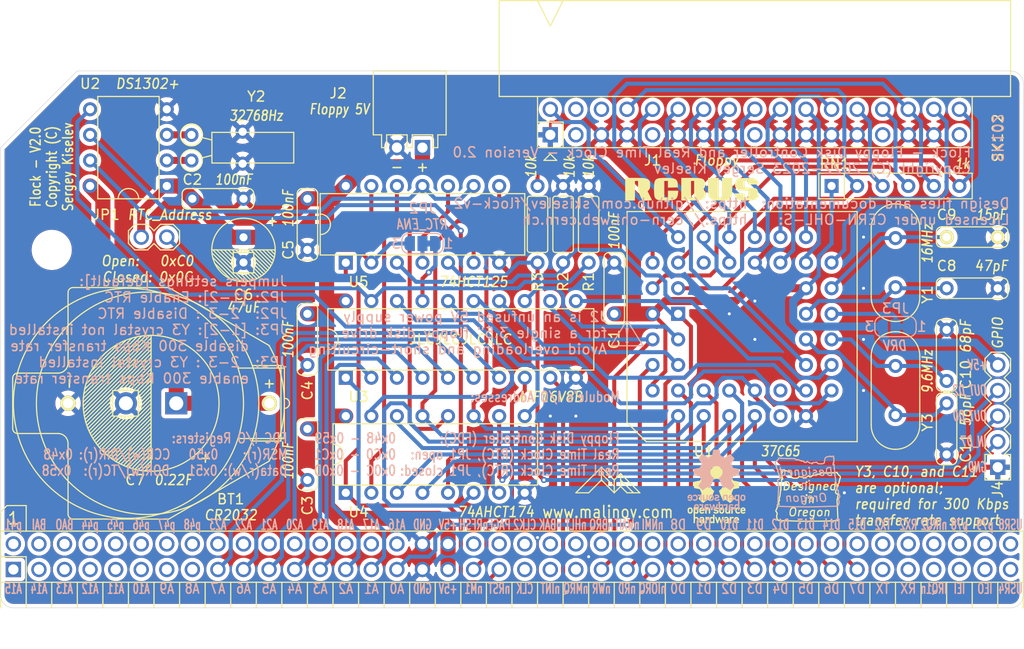
<source format=kicad_pcb>
(kicad_pcb (version 20211014) (generator pcbnew)
  (title_block (title "Flock: RCBUS Compatible FDC and RTC Module") (date "2023-09-27") (rev "2.0") (company "Designed by Sergey Kiselev") (comment 2 "Licensed under CERN-OHL-S: https://cern-ohl.web.cern.ch") (comment 3 "Documentation and design files: https://github.com/skiselev/flock-v2") (comment 4 "Flock is an open source hardware project"))
  (layers (0 "F.Cu" signal) (31 "B.Cu" signal) (34 "B.Paste" user) (35 "F.Paste" user) (36 "B.SilkS" user "B.Silkscreen") (37 "F.SilkS" user "F.Silkscreen") (38 "B.Mask" user) (39 "F.Mask" user) (44 "Edge.Cuts" user))
  (net 0 "")
  (net 1 "GND")
  (net 2 "VCC")
  (net 3 "/A15")
  (net 4 "/A14")
  (net 5 "/A13")
  (net 6 "/A12")
  (net 7 "/A11")
  (net 8 "/A10")
  (net 9 "/A9")
  (net 10 "/A8")
  (net 11 "/A7")
  (net 12 "/A6")
  (net 13 "/A5")
  (net 14 "/A4")
  (net 15 "/A3")
  (net 16 "/A2")
  (net 17 "/A1")
  (net 18 "/A0")
  (net 19 "/~{M1}")
  (net 20 "/~{RESET}")
  (net 21 "Net-(C8-Pad1)")
  (net 22 "/~{WR}")
  (net 23 "/~{RD}")
  (net 24 "/~{IORQ}")
  (net 25 "/D0")
  (net 26 "/D1")
  (net 27 "/D2")
  (net 28 "/D3")
  (net 29 "/D4")
  (net 30 "/D5")
  (net 31 "/D6")
  (net 32 "/D7")
  (net 33 "/~{RFSH}")
  (net 34 "Net-(C9-Pad1)")
  (net 35 "Net-(BT1-Pad1)")
  (net 36 "/~{DENSEL}")
  (net 39 "/~{INDEX}")
  (net 40 "/~{MEA}")
  (net 41 "/~{DSB}")
  (net 42 "/~{DSA}")
  (net 43 "/~{MEB}")
  (net 44 "/~{DIR}")
  (net 45 "/~{STEP}")
  (net 46 "/~{WDATA}")
  (net 47 "/~{WE}")
  (net 48 "/~{TRK0}")
  (net 49 "/~{HDSEL}")
  (net 50 "/~{RDATA}")
  (net 51 "/~{WP}")
  (net 52 "/~{DC}")
  (net 53 "/RESET")
  (net 54 "/~{FDC_CS}")
  (net 55 "/~{DACK}")
  (net 57 "/~{DOR_WR}")
  (net 58 "/~{CCR_WR}")
  (net 60 "/RTC_CE")
  (net 61 "/RTC_IO")
  (net 62 "Net-(C10-Pad1)")
  (net 63 "Net-(C11-Pad1)")
  (net 65 "/~{RTC_WR}")
  (net 66 "/~{RTC_RD}")
  (net 67 "Net-(U2-Pad2)")
  (net 68 "Net-(U2-Pad3)")
  (net 114 "/OUT_D2")
  (net 115 "/IRQ")
  (net 116 "Net-(JP3-Pad2)")
  (net 117 "/RTC_SCLK")
  (net 118 "/RTC_DOUT")
  (net 119 "/~{RTC_WE}")
  (net 125 "/RTC_ADDR")
  (net 126 "/~{RTC_RD_ENA}")
  (net 127 "/OUT_D0")
  (net 128 "/IN_D7")
  (footprint "MountingHole:MountingHole_3.2mm_M3_DIN965" (layer "F.Cu") (at 130.81 95.25)
    (fp_text reference "H1")
    (fp_text value "3.2mm")
  )
  (footprint "My_Components:Cap_Cer_508" (layer "F.Cu") (at 186.69 99.06 90)
    (fp_text reference "C1")
    (fp_text value "100nF")
  )
  (footprint "My_Components:Cap_Cer_508" (layer "F.Cu") (at 156.21 115.57 90)
    (fp_text reference "C3")
    (fp_text value "100nF")
  )
  (footprint "My_Components:Conn_TE_2-644488-2_2P_2.54mm" (layer "F.Cu") (at 166.37 85.09 180)
    (fp_text reference "J2")
    (fp_text value "Floppy 5V")
  )
  (footprint "My_Components:Cap_Cer_508" (layer "F.Cu") (at 156.21 104.14 -90)
    (fp_text reference "C4")
    (fp_text value "100nF")
  )
  (footprint "My_Components:Cap_Cer_508" (layer "F.Cu") (at 147.32 90.17)
    (fp_text reference "C2")
    (fp_text value "100nF")
  )
  (footprint "My_Components:Cap_Cer_508" (layer "F.Cu") (at 156.21 92.71 -90)
    (fp_text reference "C5")
    (fp_text value "100nF")
  )
  (footprint "My_Components:Cap_Cer_508" (layer "F.Cu") (at 222.25 93.98)
    (fp_text reference "C9")
    (fp_text value "15pF")
  )
  (footprint "My_Components:Cap_Elec_Radial_6.3mm" (layer "F.Cu") (at 149.86 95.25 -90)
    (fp_text reference "C6")
    (fp_text value "47uF")
  )
  (footprint "My_Components:IC_DIP20_300" (layer "F.Cu") (at 171.45 104.14)
    (fp_text reference "U3")
    (fp_text value "ATF16V8B")
  )
  (footprint "My_Components:Battery_Holder_CR2032_Universal" (layer "F.Cu") (at 138.43 110.49 180)
    (fp_text reference "BT1")
    (fp_text value "CR2032")
  )
  (footprint "My_Components:Crystal_HC-49U_Vert" (layer "F.Cu") (at 214.63 96.52 -90)
    (fp_text reference "Y1")
    (fp_text value "16MHz")
  )
  (footprint "My_Components:Crystal_32K_Horiz" (layer "F.Cu") (at 144.691316 85.0975 90)
    (fp_text reference "Y2")
    (fp_text value "32768Hz")
  )
  (footprint "My_Components:Res_762" (layer "F.Cu") (at 181.61 92.71 -90)
    (fp_text reference "R2")
    (fp_text value "10k")
  )
  (footprint "My_Components:IC_DIP14_300" (layer "F.Cu") (at 167.64 92.71)
    (fp_text reference "U5")
    (fp_text value "74HCT125")
  )
  (footprint "My_Components:Cap_Cer_508" (layer "F.Cu") (at 219.71 113.03 -90)
    (fp_text reference "C11")
    (fp_text value "56pF")
  )
  (footprint "My_Components:Res_762" (layer "F.Cu") (at 179.07 92.71 -90)
    (fp_text reference "R3")
    (fp_text value "10k")
  )
  (footprint "My_Components:IC_DIP8_300" (layer "F.Cu") (at 138.43 85.09 90)
    (fp_text reference "U2")
    (fp_text value "DS1302+")
  )
  (footprint "My_Components:Conn_SIL6" (layer "F.Cu") (at 214.63 88.9)
    (fp_text reference "RN1")
    (fp_text value "1k")
  )
  (footprint "My_Components:Crystal_HC-49U_Vert" (layer "F.Cu") (at 214.63 109.22 90)
    (fp_text reference "Y3")
    (fp_text value "9.6MHz")
  )
  (footprint "My_Components:Cap_Super_Radial_13.5mm" (layer "F.Cu") (at 140.67973 110.49 180)
    (fp_text reference "C7")
    (fp_text value "0.22F")
  )
  (footprint "My_Components:IC_PLCC44_TH" (layer "F.Cu") (at 199.39 102.87 90)
    (fp_text reference "U1")
    (fp_text value "37C65")
  )
  (footprint "My_Components:IC_DIP16_300" (layer "F.Cu") (at 168.91 115.57)
    (fp_text reference "U4")
    (fp_text value "74AHCT174")
  )
  (footprint "My_Components:Res_762" (layer "F.Cu") (at 184.15 92.71 -90)
    (fp_text reference "R1")
    (fp_text value "10k")
  )
  (footprint "My_Components:Conn_Pin_Header_5x1_2.54mm" (layer "F.Cu") (at 224.79 111.76 90)
    (fp_text reference "J4")
    (fp_text value "GPIO")
  )
  (footprint "My_Components:Conn_Pin_Header_17x2_2.54mm_Shrouded_RA" (layer "F.Cu") (at 200.66 82.55)
    (fp_text reference "J1")
    (fp_text value "Floppy")
  )
  (footprint "My_Components:Cap_Cer_508" (layer "F.Cu") (at 219.71 105.7275 90)
    (fp_text reference "C10")
    (fp_text value "68pF")
  )
  (footprint "Symbol:OSHW-Logo_5.7x6mm_SilkScreen" (layer "F.Cu") (at 196.85 119.38)
    (fp_text reference "LOGO2" hide)
    (fp_text value "Logo_Open_Hardware_Small" hide)
  )
  (footprint "My_Components:Cap_Cer_508" (layer "F.Cu") (at 222.25 99.06)
    (fp_text reference "C8")
    (fp_text value "47pF")
  )
  (footprint "My_Components:RCBUS_Logo" (layer "F.Cu") (at 194.6275 89.2175)
    (fp_text reference "LOGO3")
    (fp_text value "RCBUS_Logo" hide)
  )
  (footprint "My_Components:Conn_Pin_Header_40x2_2.54mm_Right_Angle_RCBus80" (layer "F.Cu") (at 175.26 127)
    (fp_text reference "J3")
    (fp_text value "RCBus-80")
  )
  (footprint "My_Components:Conn_Pin_Header_2x1_2.54mm_NoKey" (layer "F.Cu") (at 140.97 93.98)
    (fp_text reference "JP1")
    (fp_text value "RTC_Address")
  )
  (footprint "Symbol:OSHW-Logo_5.7x6mm_SilkScreen" (layer "B.Cu") (at 196.85 118.11 180)
    (fp_text reference "LOGO1" hide)
    (fp_text value "Logo_Open_Hardware_Small" hide)
  )
  (footprint "Jumper:SolderJumper-3_P1.3mm_Bridged12_RoundedPad1.0x1.5mm_NumberLabels" (layer "B.Cu") (at 214.63 102.87 180)
    (fp_text reference "JP3")
    (fp_text value "DRV")
  )
  (footprint "Jumper:SolderJumper-3_P1.3mm_Bridged12_RoundedPad1.0x1.5mm_NumberLabels" (layer "B.Cu") (at 167.64 94.615 180)
    (fp_text reference "JP2")
    (fp_text value "RTC_ENA")
  )
  (gr_line (start 187.96 102.235) (end 186.3725 104.775) (layer "B.SilkS") (width 0.12))
  (gr_line (start 207.581818 116.259023) (end 207.581818 116.147403) (layer "B.SilkS") (width 0.12))
  (gr_line (start 208.155768 115.738043) (end 208.248373 115.793893) (layer "B.SilkS") (width 0.12))
  (gr_line (start 207.952098 115.793893) (end 208.081768 115.756643) (layer "B.SilkS") (width 0.12))
  (gr_line (start 208.322443 115.775193) (end 208.489118 115.738043) (layer "B.SilkS") (width 0.12))
  (gr_line (start 208.081768 115.756643) (end 208.155768 115.738043) (layer "B.SilkS") (width 0.12))
  (gr_line (start 207.637353 115.961228) (end 207.711423 115.868293) (layer "B.SilkS") (width 0.12))
  (gr_line (start 207.711423 115.868293) (end 207.878023 115.775193) (layer "B.SilkS") (width 0.12))
  (gr_line (start 207.878023 115.775193) (end 207.952098 115.793893) (layer "B.SilkS") (width 0.12))
  (gr_line (start 207.563283 116.389233) (end 207.581818 116.259023) (layer "B.SilkS") (width 0.12))
  (gr_line (start 208.248373 115.793893) (end 208.322443 115.775193) (layer "B.SilkS") (width 0.12))
  (gr_line (start 207.581818 116.147403) (end 207.637353 115.961228) (layer "B.SilkS") (width 0.12))
  (gr_line (start 202.971158 118.380103) (end 202.934208 118.249803) (layer "B.SilkS") (width 0.12))
  (gr_line (start 204.415498 120.761621) (end 203.600758 120.743017) (layer "B.SilkS") (width 0.12))
  (gr_line (start 207.600283 120.743017) (end 206.970718 120.761621) (layer "B.SilkS") (width 0.12))
  (gr_line (start 203.174858 117.896268) (end 203.156358 117.766108) (layer "B.SilkS") (width 0.12))
  (gr_line (start 203.100758 118.045158) (end 203.174858 117.896268) (layer "B.SilkS") (width 0.12))
  (gr_line (start 206.063428 120.780156) (end 204.415498 120.761621) (layer "B.SilkS") (width 0.12))
  (gr_line (start 208.415048 120.724345) (end 208.063233 120.724345) (layer "B.SilkS") (width 0.12))
  (gr_line (start 208.063233 120.724345) (end 207.600283 120.743017) (layer "B.SilkS") (width 0.12))
  (gr_line (start 203.026708 118.584728) (end 202.952658 118.491648) (layer "B.SilkS") (width 0.12))
  (gr_line (start 202.934208 120.70581) (end 203.026708 118.584728) (layer "B.SilkS") (width 0.12))
  (gr_line (start 202.952658 118.491648) (end 202.971158 118.380103) (layer "B.SilkS") (width 0.12))
  (gr_line (start 203.600758 120.743017) (end 202.934208 120.70581) (layer "B.SilkS") (width 0.12))
  (gr_line (start 206.970718 120.761621) (end 206.063428 120.780156) (layer "B.SilkS") (width 0.12))
  (gr_line (start 202.989708 118.063763) (end 203.100758 118.045158) (layer "B.SilkS") (width 0.12))
  (gr_line (start 202.915658 118.138253) (end 202.989708 118.063763) (layer "B.SilkS") (width 0.12))
  (gr_line (start 202.934208 118.249803) (end 202.915658 118.138253) (layer "B.SilkS") (width 0.12))
  (gr_line (start 202.841558 116.203213) (end 202.897108 116.128728) (layer "B.SilkS") (width 0.12))
  (gr_line (start 205.341258 116.221808) (end 205.355598 116.221808) (layer "B.SilkS") (width 0.12))
  (gr_line (start 202.756009 116.612753) (end 202.725908 116.526428) (layer "B.SilkS") (width 0.12))
  (gr_line (start 207.322544 116.500873) (end 207.489213 116.463653) (layer "B.SilkS") (width 0.12))
  (gr_line (start 203.045258 117.505598) (end 202.915658 117.226533) (layer "B.SilkS") (width 0.12))
  (gr_line (start 202.934208 117.133454) (end 202.919558 117.109889) (layer "B.SilkS") (width 0.12))
  (gr_line (start 205.258038 116.212508) (end 205.292748 116.218843) (layer "B.SilkS") (width 0.12))
  (gr_line (start 207.118868 116.500873) (end 207.322544 116.500873) (layer "B.SilkS") (width 0.12))
  (gr_line (start 202.693408 116.463653) (end 202.693408 116.463653) (layer "B.SilkS") (width 0.12))
  (gr_line (start 206.952253 116.482193) (end 207.118868 116.500873) (layer "B.SilkS") (width 0.12))
  (gr_line (start 206.804118 116.352033) (end 206.878188 116.426383) (layer "B.SilkS") (width 0.12))
  (gr_line (start 206.581908 116.370573) (end 206.804118 116.352033) (layer "B.SilkS") (width 0.12))
  (gr_line (start 205.748678 116.370573) (end 205.859753 116.259023) (layer "B.SilkS") (width 0.12))
  (gr_line (start 205.600548 116.352033) (end 205.748678 116.370573) (layer "B.SilkS") (width 0.12))
  (gr_line (start 205.507943 116.259023) (end 205.507943 116.259023) (layer "B.SilkS") (width 0.12))
  (gr_line (start 205.452398 116.240413) (end 205.492369 116.253168) (layer "B.SilkS") (width 0.12))
  (gr_line (start 204.915453 116.091578) (end 205.063513 116.128728) (layer "B.SilkS") (width 0.12))
  (gr_line (start 205.398583 116.227593) (end 205.452398 116.240413) (layer "B.SilkS") (width 0.12))
  (gr_line (start 203.156358 117.766108) (end 203.045258 117.505598) (layer "B.SilkS") (width 0.12))
  (gr_line (start 202.780108 116.709978) (end 202.756009 116.612753) (layer "B.SilkS") (width 0.12))
  (gr_line (start 205.355598 116.221808) (end 205.398583 116.227593) (layer "B.SilkS") (width 0.12))
  (gr_line (start 203.267458 115.961228) (end 204.174758 115.979888) (layer "B.SilkS") (width 0.12))
  (gr_line (start 202.969058 117.228333) (end 202.970358 117.210768) (layer "B.SilkS") (width 0.12))
  (gr_line (start 205.292748 116.218843) (end 205.329138 116.221808) (layer "B.SilkS") (width 0.12))
  (gr_line (start 202.941208 117.144763) (end 202.934208 117.133454) (layer "B.SilkS") (width 0.12))
  (gr_line (start 205.063513 116.128728) (end 205.230203 116.203213) (layer "B.SilkS") (width 0.12))
  (gr_line (start 202.970358 117.210768) (end 202.960008 117.180163) (layer "B.SilkS") (width 0.12))
  (gr_line (start 202.897108 116.128728) (end 203.008258 115.998498) (layer "B.SilkS") (width 0.12))
  (gr_line (start 204.748783 116.110188) (end 204.915453 116.091578) (layer "B.SilkS") (width 0.12))
  (gr_line (start 202.725908 116.526428) (end 202.702708 116.478468) (layer "B.SilkS") (width 0.12))
  (gr_line (start 206.433773 116.389233) (end 206.581908 116.370573) (layer "B.SilkS") (width 0.12))
  (gr_line (start 202.959658 117.235778) (end 202.969058 117.228333) (layer "B.SilkS") (width 0.12))
  (gr_line (start 206.304163 116.426383) (end 206.341168 116.500873) (layer "B.SilkS") (width 0.12))
  (gr_line (start 206.118953 116.426383) (end 206.304163 116.426383) (layer "B.SilkS") (width 0.12))
  (gr_line (start 202.786058 116.742773) (end 202.780108 116.709978) (layer "B.SilkS") (width 0.12))
  (gr_line (start 205.492369 116.253168) (end 205.507943 116.259023) (layer "B.SilkS") (width 0.12))
  (gr_line (start 204.619173 115.979888) (end 204.748783 116.110188) (layer "B.SilkS") (width 0.12))
  (gr_line (start 202.920258 117.228598) (end 202.931558 117.232883) (layer "B.SilkS") (width 0.12))
  (gr_line (start 202.693408 116.333423) (end 202.841558 116.203213) (layer "B.SilkS") (width 0.12))
  (gr_line (start 202.839308 116.958989) (end 202.811808 116.869208) (layer "B.SilkS") (width 0.12))
  (gr_line (start 202.791808 116.774468) (end 202.786058 116.742773) (layer "B.SilkS") (width 0.12))
  (gr_line (start 205.230203 116.203213) (end 205.230203 116.203213) (layer "B.SilkS") (width 0.12))
  (gr_line (start 202.811808 116.869208) (end 202.791808 116.774468) (layer "B.SilkS") (width 0.12))
  (gr_line (start 203.008258 115.998498) (end 203.026708 115.924078) (layer "B.SilkS") (width 0.12))
  (gr_line (start 202.693408 116.463653) (end 202.693408 116.333423) (layer "B.SilkS") (width 0.12))
  (gr_line (start 205.859753 116.259023) (end 206.118953 116.426383) (layer "B.SilkS") (width 0.12))
  (gr_line (start 205.507943 116.259023) (end 205.600548 116.352033) (layer "B.SilkS") (width 0.12))
  (gr_line (start 205.230203 116.203213) (end 205.237153 116.206108) (layer "B.SilkS") (width 0.12))
  (gr_line (start 205.237153 116.206108) (end 205.258038 116.212508) (layer "B.SilkS") (width 0.12))
  (gr_line (start 205.329138 116.221808) (end 205.341258 116.221808) (layer "B.SilkS") (width 0.12))
  (gr_line (start 202.702708 116.478468) (end 202.693408 116.463653) (layer "B.SilkS") (width 0.12))
  (gr_line (start 202.915658 117.226533) (end 202.915658 117.226533) (layer "B.SilkS") (width 0.12))
  (gr_line (start 203.267458 115.942688) (end 203.267458 115.961228) (layer "B.SilkS") (width 0.12))
  (gr_line (start 202.931558 117.232883) (end 202.945958 117.236324) (layer "B.SilkS") (width 0.12))
  (gr_line (start 203.026708 115.924078) (end 203.267458 115.942688) (layer "B.SilkS") (width 0.12))
  (gr_line (start 204.174758 115.979888) (end 204.619173 115.979888) (layer "B.SilkS") (width 0.12))
  (gr_line (start 202.877208 117.038363) (end 202.839308 116.958989) (layer "B.SilkS") (width 0.12))
  (gr_line (start 202.945958 117.236324) (end 202.959658 117.235778) (layer "B.SilkS") (width 0.12))
  (gr_line (start 202.915658 117.226533) (end 202.920258 117.228598) (layer "B.SilkS") (width 0.12))
  (gr_line (start 202.960008 117.180163) (end 202.941208 117.144763) (layer "B.SilkS") (width 0.12))
  (gr_line (start 207.489213 116.463653) (end 207.563283 116.389233) (layer "B.SilkS") (width 0.12))
  (gr_line (start 206.341168 116.500873) (end 206.433773 116.389233) (layer "B.SilkS") (width 0.12))
  (gr_line (start 206.878188 116.426383) (end 206.952253 116.482193) (layer "B.SilkS") (width 0.12))
  (gr_line (start 202.919558 117.109889) (end 202.877208 117.038363) (layer "B.SilkS") (width 0.12))
  (gr_line (start 208.489118 115.738043) (end 208.470583 115.942688) (layer "B.SilkS") (width 0.12))
  (gr_line (start 209.007535 119.905789) (end 208.970534 120.017343) (layer "B.SilkS") (width 0.12))
  (gr_line (start 208.618723 117.673098) (end 208.655723 117.859138) (layer "B.SilkS") (width 0.12))
  (gr_line (start 209.100139 119.775498) (end 209.007535 119.905789) (layer "B.SilkS") (width 0.12))
  (gr_line (start 208.600188 117.505598) (end 208.618723 117.580074) (layer "B.SilkS") (width 0.12))
  (gr_line (start 208.952001 119.384823) (end 209.007535 119.496443) (layer "B.SilkS") (width 0.12))
  (gr_line (start 208.803861 118.808038) (end 208.840931 118.900993) (layer "B.SilkS") (width 0.12))
  (gr_line (start 208.748327 118.714958) (end 208.803861 118.808038) (layer "B.SilkS") (width 0.12))
  (gr_line (start 208.766861 118.473113) (end 208.748327 118.584728) (layer "B.SilkS") (width 0.12))
  (gr_line (start 208.692789 118.287073) (end 208.729792 118.361423) (layer "B.SilkS") (width 0.12))
  (gr_line (start 208.674258 118.063763) (end 208.692789 118.287073) (layer "B.SilkS") (width 0.12))
  (gr_line (start 208.526118 116.556753) (end 208.544653 116.928809) (layer "B.SilkS") (width 0.12))
  (gr_line (start 208.655723 117.859138) (end 208.674258 118.063763) (layer "B.SilkS") (width 0.12))
  (gr_line (start 208.618723 117.580074) (end 208.581653 117.654418) (layer "B.SilkS") (width 0.12))
  (gr_line (start 208.544653 116.928809) (end 208.563188 117.077573) (layer "B.SilkS") (width 0.12))
  (gr_line (start 208.452048 116.407843) (end 208.470583 116.407843) (layer "B.SilkS") (width 0.12))
  (gr_line (start 208.470583 115.942688) (end 208.526118 115.998498) (layer "B.SilkS") (width 0.12))
  (gr_line (start 208.433513 116.612563) (end 208.526118 116.556753) (layer "B.SilkS") (width 0.12))
  (gr_line (start 208.803861 120.70581) (end 208.415048 120.724345) (layer "B.SilkS") (width 0.12))
  (gr_line (start 208.822396 120.687208) (end 208.803861 120.70581) (layer "B.SilkS") (width 0.12))
  (gr_line (start 208.785326 119.087103) (end 208.933466 119.142908) (layer "B.SilkS") (width 0.12))
  (gr_line (start 209.02607 120.277858) (end 209.02607 120.370878) (layer "B.SilkS") (width 0.12))
  (gr_line (start 208.970534 120.017343) (end 209.007535 120.166238) (layer "B.SilkS") (width 0.12))
  (gr_line (start 208.952001 119.161513) (end 208.952001 119.384823) (layer "B.SilkS") (width 0.12))
  (gr_line (start 208.433513 116.538003) (end 208.433513 116.612563) (layer "B.SilkS") (width 0.12))
  (gr_line (start 208.729792 118.361423) (end 208.766861 118.473113) (layer "B.SilkS") (width 0.12))
  (gr_line (start 208.526118 115.998498) (end 208.507583 116.240343) (layer "B.SilkS") (width 0.12))
  (gr_line (start 208.563188 117.077573) (end 208.600188 117.300883) (layer "B.SilkS") (width 0.12))
  (gr_line (start 208.970534 120.538379) (end 208.915 120.65) (layer "B.SilkS") (width 0.12))
  (gr_line (start 209.007535 119.496443) (end 209.081605 119.663808) (layer "B.SilkS") (width 0.12))
  (gr_line (start 208.600188 117.300883) (end 208.618723 117.393964) (layer "B.SilkS") (width 0.12))
  (gr_line (start 208.618723 117.393964) (end 208.600188 117.505598) (layer "B.SilkS") (width 0.12))
  (gr_line (start 208.822396 118.994073) (end 208.785326 119.087103) (layer "B.SilkS") (width 0.12))
  (gr_line (start 208.840931 118.900993) (end 208.822396 118.994073) (layer "B.SilkS") (width 0.12))
  (gr_line (start 208.748327 118.584728) (end 208.748327 118.714958) (layer "B.SilkS") (width 0.12))
  (gr_line (start 208.507583 116.314833) (end 208.452048 116.407843) (layer "B.SilkS") (width 0.12))
  (gr_line (start 208.507583 116.240343) (end 208.507583 116.314833) (layer "B.SilkS") (width 0.12))
  (gr_line (start 208.581653 117.654418) (end 208.618723 117.673098) (layer "B.SilkS") (width 0.12))
  (gr_line (start 208.470583 116.407843) (end 208.433513 116.538003) (layer "B.SilkS") (width 0.12))
  (gr_line (start 208.915 120.65) (end 208.822396 120.687208) (layer "B.SilkS") (width 0.12))
  (gr_line (start 209.02607 120.370878) (end 208.970534 120.538379) (layer "B.SilkS") (width 0.12))
  (gr_line (start 208.933466 119.142908) (end 208.952001 119.161513) (layer "B.SilkS") (width 0.12))
  (gr_line (start 209.007535 120.166238) (end 209.02607 120.277858) (layer "B.SilkS") (width 0.12))
  (gr_line (start 209.081605 119.663808) (end 209.100139 119.775498) (layer "B.SilkS") (width 0.12))
  (gr_line (start 186.3725 104.775) (end 189.5475 104.775) (layer "B.SilkS") (width 0.12))
  (gr_line (start 189.5475 104.775) (end 187.96 102.235) (layer "B.SilkS") (width 0.12))
  (gr_line (start 182.88 119.38) (end 185.42 116.84) (layer "F.SilkS") (width 0.12))
  (gr_line (start 187.325 118.745) (end 186.69 119.38) (layer "F.SilkS") (width 0.12))
  (gr_line (start 187.96 119.38) (end 187.325 118.745) (layer "F.SilkS") (width 0.12))
  (gr_line (start 189.23 119.38) (end 187.96 119.38) (layer "F.SilkS") (width 0.12))
  (gr_line (start 184.15 119.38) (end 182.88 119.38) (layer "F.SilkS") (width 0.12))
  (gr_line (start 186.69 119.38) (end 185.42 118.11) (layer "F.SilkS") (width 0.12))
  (gr_line (start 185.42 116.84) (end 186.69 118.11) (layer "F.SilkS") (width 0.12))
  (gr_line (start 185.42 118.11) (end 184.15 119.38) (layer "F.SilkS") (width 0.12))
  (gr_line (start 187.325 117.475) (end 189.23 119.38) (layer "F.SilkS") (width 0.12))
  (gr_line (start 186.69 118.11) (end 187.325 117.475) (layer "F.SilkS") (width 0.12))
  (gr_line (start 187.325 117.475) (end 187.325 118.745) (layer "F.SilkS") (width 0.12))
  (gr_line (start 187.325 118.11) (end 188.595 119.38) (layer "F.SilkS") (width 0.12))
  (gr_line (start 186.69 118.11) (end 186.69 119.38) (layer "F.SilkS") (width 0.12))
  (gr_line (start 185.42 117.475) (end 186.69 118.745) (layer "F.SilkS") (width 0.12))
  (gr_line (start 185.42 116.84) (end 185.42 118.11) (layer "F.SilkS") (width 0.12))
  (gr_line (start 204.137785 117.298985) (end 204.211855 117.39192) (layer "F.SilkS") (width 0.12))
  (gr_line (start 208.74845 119.47585) (end 208.8595 119.494455) (layer "F.SilkS") (width 0.12))
  (gr_line (start 209.06315 118.173465) (end 209.0574 118.20516) (layer "F.SilkS") (width 0.12))
  (gr_line (start 203.100881 120.14565) (end 203.100881 120.01542) (layer "F.SilkS") (width 0.12))
  (gr_line (start 209.1558 117.764115) (end 209.1558 117.894345) (layer "F.SilkS") (width 0.12))
  (gr_line (start 203.32309 117.42919) (end 203.378625 117.37338) (layer "F.SilkS") (width 0.12))
  (gr_line (start 209.0374 118.2999) (end 209.0099 118.389681) (layer "F.SilkS") (width 0.12))
  (gr_line (start 206.612055 117.6368) (end 206.619005 117.633905) (layer "F.SilkS") (width 0.12))
  (gr_line (start 209.1558 117.894345) (end 209.1558 117.894345) (layer "F.SilkS") (width 0.12))
  (gr_line (start 202.915742 120.5736) (end 203.063882 120.517795) (layer "F.SilkS") (width 0.12))
  (gr_line (start 206.59117 117.6432) (end 206.612055 117.6368) (layer "F.SilkS") (width 0.12))
  (gr_line (start 206.39681 117.671105) (end 206.450625 117.658285) (layer "F.SilkS") (width 0.12))
  (gr_line (start 203.045347 120.23873) (end 203.100881 120.14565) (layer "F.SilkS") (width 0.12))
  (gr_line (start 208.92895 118.65929) (end 208.93355 118.657225) (layer "F.SilkS") (width 0.12))
  (gr_line (start 204.248925 122.173709) (end 203.785975 122.155037) (layer "F.SilkS") (width 0.12))
  (gr_line (start 203.193485 119.28983) (end 203.230485 119.10379) (layer "F.SilkS") (width 0.12))
  (gr_line (start 208.88955 118.66647) (end 208.90325 118.667016) (layer "F.SilkS") (width 0.12))
  (gr_line (start 206.785695 117.55942) (end 206.933755 117.52227) (layer "F.SilkS") (width 0.12))
  (gr_line (start 208.58175 117.37338) (end 208.8225 117.35477) (layer "F.SilkS") (width 0.12))
  (gr_line (start 206.24866 117.782725) (end 206.341265 117.689715) (layer "F.SilkS") (width 0.12))
  (gr_line (start 204.26739 117.578095) (end 204.26739 117.689715) (layer "F.SilkS") (width 0.12))
  (gr_line (start 208.91765 118.663575) (end 208.92895 118.65929) (layer "F.SilkS") (width 0.12))
  (gr_line (start 203.600835 117.224585) (end 203.69344 117.168735) (layer "F.SilkS") (width 0.12))
  (gr_line (start 203.267555 119.08511) (end 203.230485 119.010766) (layer "F.SilkS") (width 0.12))
  (gr_line (start 209.0691 118.14067) (end 209.06315 118.173465) (layer "F.SilkS") (width 0.12))
  (gr_line (start 208.69285 119.1968) (end 208.67435 119.32696) (layer "F.SilkS") (width 0.12))
  (gr_line (start 203.026812 122.1179) (end 202.934208 122.080692) (layer "F.SilkS") (width 0.12))
  (gr_line (start 203.063882 120.517795) (end 203.026812 120.424765) (layer "F.SilkS") (width 0.12))
  (gr_line (start 204.73034 117.931565) (end 204.896955 117.912885) (layer "F.SilkS") (width 0.12))
  (gr_line (start 203.026812 120.424765) (end 203.008277 120.331685) (layer "F.SilkS") (width 0.12))
  (gr_line (start 209.1558 117.894345) (end 209.1465 117.90916) (layer "F.SilkS") (width 0.12))
  (gr_line (start 203.008277 120.331685) (end 203.045347 120.23873) (layer "F.SilkS") (width 0.12))
  (gr_line (start 209.093199 118.043445) (end 209.0691 118.14067) (layer "F.SilkS") (width 0.12))
  (gr_line (start 203.415695 118.043255) (end 203.415695 117.968695) (layer "F.SilkS") (width 0.12))
  (gr_line (start 202.767603 121.0945) (end 202.841673 120.927135) (layer "F.SilkS") (width 0.12))
  (gr_line (start 202.878674 121.448035) (end 202.841673 121.336481) (layer "F.SilkS") (width 0.12))
  (gr_line (start 206.619005 117.633905) (end 206.785695 117.55942) (layer "F.SilkS") (width 0.12))
  (gr_line (start 208.89655 119.92234) (end 208.8225 120.01542) (layer "F.SilkS") (width 0.12))
  (gr_line (start 204.97102 117.857075) (end 205.04509 117.782725) (layer "F.SilkS") (width 0.12))
  (gr_line (start 204.285925 117.819925) (end 204.359995 117.894345) (layer "F.SilkS") (width 0.12))
  (gr_line (start 203.378625 117.37338) (end 203.36009 117.168735) (layer "F.SilkS") (width 0.12))
  (gr_line (start 207.230035 117.41058) (end 207.67445 117.41058) (layer "F.SilkS") (width 0.12))
  (gr_line (start 208.87885 118.64146) (end 208.88015 118.659025) (layer "F.SilkS") (width 0.12))
  (gr_line (start 203.341625 117.671035) (end 203.32309 117.42919) (layer "F.SilkS") (width 0.12))
  (gr_line (start 208.915 118.564146) (end 208.908 118.575455) (layer "F.SilkS") (width 0.12))
  (gr_line (start 203.082347 119.903805) (end 203.119416 119.792115) (layer "F.SilkS") (width 0.12))
  (gr_line (start 209.00765 117.633905) (end 209.1558 117.764115) (layer "F.SilkS") (width 0.12))
  (gr_line (start 202.749069 121.20619) (end 202.767603 121.0945) (layer "F.SilkS") (width 0.12))
  (gr_line (start 208.915 119.680495) (end 208.87805 119.810795) (layer "F.SilkS") (width 0.12))
  (gr_line (start 206.341265 117.689715) (end 206.341265 117.689715) (layer "F.SilkS") (width 0.12))
  (gr_line (start 203.17495 119.494455) (end 203.193485 119.28983) (layer "F.SilkS") (width 0.12))
  (gr_line (start 209.0574 118.20516) (end 209.0374 118.2999) (layer "F.SilkS") (width 0.12))
  (gr_line (start 203.156419 119.717765) (end 203.17495 119.494455) (layer "F.SilkS") (width 0.12))
  (gr_line (start 202.841673 121.59693) (end 202.878674 121.448035) (layer "F.SilkS") (width 0.12))
  (gr_line (start 206.450625 117.658285) (end 206.49361 117.6525) (layer "F.SilkS") (width 0.12))
  (gr_line (start 205.78578 122.210848) (end 204.87849 122.192313) (layer "F.SilkS") (width 0.12))
  (gr_line (start 208.8595 119.494455) (end 208.93355 119.568945) (layer "F.SilkS") (width 0.12))
  (gr_line (start 209.0099 118.389681) (end 208.972 118.469055) (layer "F.SilkS") (width 0.12))
  (gr_line (start 204.359995 117.894345) (end 204.526664 117.931565) (layer "F.SilkS") (width 0.12))
  (gr_line (start 203.76744 117.187335) (end 203.89711 117.224585) (layer "F.SilkS") (width 0.12))
  (gr_line (start 208.915 122.136502) (end 208.24845 122.173709) (layer "F.SilkS") (width 0.12))
  (gr_line (start 203.971185 117.205885) (end 204.137785 117.298985) (layer "F.SilkS") (width 0.12))
  (gr_line (start 206.49361 117.6525) (end 206.50795 117.6525) (layer "F.SilkS") (width 0.12))
  (gr_line (start 203.32309 117.987445) (end 203.415695 118.043255) (layer "F.SilkS") (width 0.12))
  (gr_line (start 208.87805 119.810795) (end 208.89655 119.92234) (layer "F.SilkS") (width 0.12))
  (gr_line (start 208.908 118.575455) (end 208.8892 118.610855) (layer "F.SilkS") (width 0.12))
  (gr_line (start 204.211855 117.39192) (end 204.26739 117.578095) (layer "F.SilkS") (width 0.12))
  (gr_line (start 202.897207 120.815515) (end 202.897207 120.592205) (layer "F.SilkS") (width 0.12))
  (gr_line (start 204.896955 117.912885) (end 204.97102 117.857075) (layer "F.SilkS") (width 0.12))
  (gr_line (start 202.823138 121.70855) (end 202.841673 121.59693) (layer "F.SilkS") (width 0.12))
  (gr_line (start 205.2673 117.801265) (end 205.415435 117.819925) (layer "F.SilkS") (width 0.12))
  (gr_line (start 206.10053 117.801265) (end 206.24866 117.782725) (layer "F.SilkS") (width 0.12))
  (gr_line (start 208.24845 122.173709) (end 207.43371 122.192313) (layer "F.SilkS") (width 0.12))
  (gr_line (start 202.841673 120.927135) (end 202.897207 120.815515) (layer "F.SilkS") (width 0.12))
  (gr_line (start 203.341625 117.745525) (end 203.341625 117.671035) (layer "F.SilkS") (width 0.12))
  (gr_line (start 206.356839 117.68386) (end 206.39681 117.671105) (layer "F.SilkS") (width 0.12))
  (gr_line (start 202.823138 121.80157) (end 202.823138 121.70855) (layer "F.SilkS") (width 0.12))
  (gr_line (start 207.43371 122.192313) (end 205.78578 122.210848) (layer "F.SilkS") (width 0.12))
  (gr_line (start 207.100425 117.54088) (end 207.230035 117.41058) (layer "F.SilkS") (width 0.12))
  (gr_line (start 203.230485 119.10379) (end 203.267555 119.08511) (layer "F.SilkS") (width 0.12))
  (gr_line (start 206.55646 117.649535) (end 206.59117 117.6432) (layer "F.SilkS") (width 0.12))
  (gr_line (start 207.67445 117.41058) (end 208.58175 117.39192) (layer "F.SilkS") (width 0.12))
  (gr_line (start 206.619005 117.633905) (end 206.619005 117.633905) (layer "F.SilkS") (width 0.12))
  (gr_line (start 209.1233 117.95712) (end 209.093199 118.043445) (layer "F.SilkS") (width 0.12))
  (gr_line (start 205.730255 117.857075) (end 205.989455 117.689715) (layer "F.SilkS") (width 0.12))
  (gr_line (start 204.26739 117.689715) (end 204.285925 117.819925) (layer "F.SilkS") (width 0.12))
  (gr_line (start 208.8225 120.01542) (end 208.915 122.136502) (layer "F.SilkS") (width 0.12))
  (gr_line (start 208.88015 118.659025) (end 208.88955 118.66647) (layer "F.SilkS") (width 0.12))
  (gr_line (start 205.545045 117.857075) (end 205.730255 117.857075) (layer "F.SilkS") (width 0.12))
  (gr_line (start 203.415695 117.968695) (end 203.378625 117.838535) (layer "F.SilkS") (width 0.12))
  (gr_line (start 203.230485 119.010766) (end 203.24902 118.93629) (layer "F.SilkS") (width 0.12))
  (gr_line (start 208.84095 117.42919) (end 208.9521 117.55942) (layer "F.SilkS") (width 0.12))
  (gr_line (start 203.119416 119.792115) (end 203.156419 119.717765) (layer "F.SilkS") (width 0.12))
  (gr_line (start 208.8892 118.610855) (end 208.87885 118.64146) (layer "F.SilkS") (width 0.12))
  (gr_line (start 208.972 118.469055) (end 208.92965 118.540581) (layer "F.SilkS") (width 0.12))
  (gr_line (start 208.90325 118.667016) (end 208.91765 118.663575) (layer "F.SilkS") (width 0.12))
  (gr_line (start 206.52007 117.6525) (end 206.55646 117.649535) (layer "F.SilkS") (width 0.12))
  (gr_line (start 208.67435 119.32696) (end 208.74845 119.47585) (layer "F.SilkS") (width 0.12))
  (gr_line (start 203.39716 117.838535) (end 203.341625 117.745525) (layer "F.SilkS") (width 0.12))
  (gr_line (start 203.378625 117.838535) (end 203.39716 117.838535) (layer "F.SilkS") (width 0.12))
  (gr_line (start 205.04509 117.782725) (end 205.2673 117.801265) (layer "F.SilkS") (width 0.12))
  (gr_line (start 209.1465 117.90916) (end 209.1233 117.95712) (layer "F.SilkS") (width 0.12))
  (gr_line (start 203.045347 122.136502) (end 203.026812 122.1179) (layer "F.SilkS") (width 0.12))
  (gr_line (start 208.9521 117.55942) (end 209.00765 117.633905) (layer "F.SilkS") (width 0.12))
  (gr_line (start 208.93355 118.657225) (end 208.93355 118.657225) (layer "F.SilkS") (width 0.12))
  (gr_line (start 204.526664 117.931565) (end 204.73034 117.931565) (layer "F.SilkS") (width 0.12))
  (gr_line (start 202.934208 122.080692) (end 202.878674 121.969071) (layer "F.SilkS") (width 0.12))
  (gr_line (start 203.304555 118.359501) (end 203.32309 117.987445) (layer "F.SilkS") (width 0.12))
  (gr_line (start 203.89711 117.224585) (end 203.971185 117.205885) (layer "F.SilkS") (width 0.12))
  (gr_line (start 208.58175 117.39192) (end 208.58175 117.37338) (layer "F.SilkS") (width 0.12))
  (gr_line (start 205.50804 117.931565) (end 205.545045 117.857075) (layer "F.SilkS") (width 0.12))
  (gr_line (start 203.230485 118.824656) (end 203.24902 118.731575) (layer "F.SilkS") (width 0.12))
  (gr_line (start 208.93355 119.568945) (end 208.915 119.680495) (layer "F.SilkS") (width 0.12))
  (gr_line (start 203.526765 117.205885) (end 203.600835 117.224585) (layer "F.SilkS") (width 0.12))
  (gr_line (start 205.415435 117.819925) (end 205.50804 117.931565) (layer "F.SilkS") (width 0.12))
  (gr_line (start 203.28602 118.508265) (end 203.304555 118.359501) (layer "F.SilkS") (width 0.12))
  (gr_line (start 205.989455 117.689715) (end 206.10053 117.801265) (layer "F.SilkS") (width 0.12))
  (gr_line (start 204.87849 122.192313) (end 204.248925 122.173709) (layer "F.SilkS") (width 0.12))
  (gr_line (start 203.43416 122.155037) (end 203.045347 122.136502) (layer "F.SilkS") (width 0.12))
  (gr_line (start 203.100881 120.01542) (end 203.082347 119.903805) (layer "F.SilkS") (width 0.12))
  (gr_line (start 208.80395 118.93629) (end 208.69285 119.1968) (layer "F.SilkS") (width 0.12))
  (gr_line (start 208.8225 117.35477) (end 208.84095 117.42919) (layer "F.SilkS") (width 0.12))
  (gr_line (start 206.50795 117.6525) (end 206.52007 117.6525) (layer "F.SilkS") (width 0.12))
  (gr_line (start 208.93355 118.657225) (end 208.80395 118.93629) (layer "F.SilkS") (width 0.12))
  (gr_line (start 203.69344 117.168735) (end 203.76744 117.187335) (layer "F.SilkS") (width 0.12))
  (gr_line (start 203.36009 117.168735) (end 203.526765 117.205885) (layer "F.SilkS") (width 0.12))
  (gr_line (start 206.341265 117.689715) (end 206.356839 117.68386) (layer "F.SilkS") (width 0.12))
  (gr_line (start 202.878674 121.969071) (end 202.823138 121.80157) (layer "F.SilkS") (width 0.12))
  (gr_line (start 202.897207 120.592205) (end 202.915742 120.5736) (layer "F.SilkS") (width 0.12))
  (gr_line (start 202.841673 121.336481) (end 202.749069 121.20619) (layer "F.SilkS") (width 0.12))
  (gr_line (start 206.933755 117.52227) (end 207.100425 117.54088) (layer "F.SilkS") (width 0.12))
  (gr_line (start 203.785975 122.155037) (end 203.43416 122.155037) (layer "F.SilkS") (width 0.12))
  (gr_line (start 203.24902 118.731575) (end 203.28602 118.508265) (layer "F.SilkS") (width 0.12))
  (gr_line (start 203.24902 118.93629) (end 203.230485 118.824656) (layer "F.SilkS") (width 0.12))
  (gr_line (start 208.92965 118.540581) (end 208.915 118.564146) (layer "F.SilkS") (width 0.12))
  (gr_line (start 227.33 78.74) (end 227.33 129.54) (layer "Edge.Cuts") (width 0.05))
  (gr_arc (start 127 130.81) (mid 126.101974 130.438026) (end 125.73 129.54) (layer "Edge.Cuts") (width 0.05))
  (gr_arc (start 227.33 129.54) (mid 226.958026 130.438026) (end 226.06 130.81) (layer "Edge.Cuts") (width 0.05))
  (gr_line (start 125.73 129.54) (end 125.73 85.09) (layer "Edge.Cuts") (width 0.05))
  (gr_line (start 226.06 130.81) (end 127 130.81) (layer "Edge.Cuts") (width 0.05))
  (gr_arc (start 226.06 77.47) (mid 226.958026 77.841974) (end 227.33 78.74) (layer "Edge.Cuts") (width 0.05))
  (gr_line (start 133.35 77.47) (end 125.73 85.09) (layer "Edge.Cuts") (width 0.05))
  (gr_line (start 133.35 77.47) (end 226.06 77.47) (layer "Edge.Cuts") (width 0.05))
  (gr_text "Flock - Floppy Disk Controller and Real Time Clock - Version 2.0\nCopyright (C) 2022-2023 Sergey Kiselev" (at 222.25 86.36) (layer "B.SilkS") (effects (font (size 1 1)) (justify left mirror)))
  (gr_text "Designed\nin\nOregon" (at 205.779605 118.584308) (layer "B.SilkS") (effects (font (size 0.8 0.8) (thickness 0.12) italic) (justify mirror)))
  (gr_text "GND" (at 223.8375 116.84) (layer "B.SilkS") (effects (font (size 1 0.6) (thickness 0.15) italic) (justify left mirror)))
  (gr_text "OUT_D0" (at 223.8375 111.76) (layer "B.SilkS") (effects (font (size 1 0.6) (thickness 0.15) italic) (justify left mirror)))
  (gr_text "FDC I/O Registers:\nMSR(r):    0x50   CCR(w)/DIR(r): 0x48\nData(r/w): 0x51   DOR(w)/TC(r):  0x58 " (at 154.305 115.57) (layer "B.SilkS") (effects (font (size 1 0.8)) (justify left mirror)))
  (gr_text "IN_D7" (at 223.8375 114.3) (layer "B.SilkS") (effects (font (size 1 0.6) (thickness 0.15) italic) (justify left mirror)))
  (gr_text "Floppy Disk Controller (FDC):\nReal Time Clock (RTC), JP1 open:\nReal Time Clock (RTC), JP1 closed:" (at 187.325 115.57) (layer "B.SilkS") (effects (font (size 1 0.8)) (justify left mirror)))
  (gr_text "Module's I/O Addresses:" (at 187.325 109.855) (layer "B.SilkS") (effects (font (size 1 0.8)) (justify left mirror)))
  (gr_text "OUT_D2" (at 223.8375 109.22) (layer "B.SilkS") (effects (font (size 1 0.6) (thickness 0.15) italic) (justify left mirror)))
  (gr_text "SK102" (at 224.79 84.1375 -90) (layer "B.SilkS") (effects (font (size 1 1)) (justify mirror)))
  (gr_text "!" (at 187.96 103.8225) (layer "B.SilkS") (effects (font (size 1.5 1.5)) (justify mirror)))
  (gr_text "J2 is an unfused 5V power supply\nfor a single 3.5{dblquote} floppy disk drive\nAvoid overloading and short-circuiting\n" (at 186.055 103.505) (layer "B.SilkS") (effects (font (size 1 1)) (justify left mirror)))
  (gr_text "+5V" (at 223.8375 106.68) (layer "B.SilkS") (effects (font (size 1 0.6) (thickness 0.15) italic) (justify left mirror)))
  (gr_text "Design files and documentation:\nLicensed under CERN-OHL-S:" (at 226.06 91.44) (layer "B.SilkS") (effects (font (size 1 1)) (justify left mirror)))
  (gr_text "https://github.com/skiselev/flock-v2\nhttps://cern-ohl.web.cern.ch" (at 200.025 91.44) (layer "B.SilkS") (effects (font (size 1 1)) (justify left mirror)))
  (gr_text "Jumpers settings [default]:\nJP2: [1-2]: Enable RTC\nJP2:  2-3 : Disable RTC\nJP3: [1-2]: Y3 crystal not installed\n     disable 300 Kbps transfer rate\nJP3:  2-3 : Y3 crystal installed\n     enable 300 Kbps transfer rate" (at 154.305 103.1875) (layer "B.SilkS") (effects (font (size 1 1)) (justify left mirror)))
  (gr_text "0x48 - 0x59\n0xC0 - 0xC1\n0x0C - 0x0D\n" (at 165.1 115.57) (layer "B.SilkS") (effects (font (size 1 0.8)) (justify left mirror)))
  (gr_text "www.malinov.com" (at 186.055 121.285) (layer "F.SilkS") (effects (font (size 1.2 1))))
  (gr_text "SK102" (at 224.79 84.1375 90) (layer "F.SilkS") (effects (font (size 1 1))))
  (gr_text "Designed\nin\nOregon" (at 206.069603 120.015) (layer "F.SilkS") (effects (font (size 0.8 0.8) (thickness 0.12) italic)))
  (gr_text "-" (at 165.1 86.995) (layer "F.SilkS") (effects (font (size 1 1))))
  (gr_text "JLCJLCJLCJLC" (at 171.45 104.14) (layer "F.SilkS") (effects (font (size 1 1))))
  (gr_text "Open:   0xC0\nClosed: 0x0C" (at 140.335 97.155) (layer "F.SilkS") (effects (font (size 1 0.9) (thickness 0.15) italic)))
  (gr_text "+" (at 167.64 86.995) (layer "F.SilkS") (effects (font (size 1 1))))
  (gr_text "Y3, C10, and C11\nare optional;\nrequired for 300 Kbps\ntransfer rate support" (at 210.5025 119.6975) (layer "F.SilkS") (effects (font (size 1 0.9) (thickness 0.15) italic) (justify left)))
  (gr_text "Flock - V2.0\nCopyright (C)\nSergey Kiselev" (at 130.81 86.995 90) (layer "F.SilkS") (effects (font (size 1 0.8))))
  (segment (start 224.79 99.06) (end 223.52 100.33) (width 0.25) (layer "F.Cu") (net 1))
  (segment (start 223.52 97.79) (end 223.52 95.25) (width 0.25) (layer "F.Cu") (net 1))
  (segment (start 203.2 83.82) (end 204.47 82.55) (width 0.25) (layer "F.Cu") (net 1))
  (segment (start 194.31 82.55) (end 195.58 83.82) (width 0.25) (layer "F.Cu") (net 1))
  (segment (start 182.88 107.95) (end 184.15 106.68) (width 0.25) (layer "F.Cu") (net 1))
  (segment (start 200.66 100.33) (end 199.39 101.6) (width 0.25) (layer "F.Cu") (net 1))
  (segment (start 186.69 82.55) (end 187.96 83.82) (width 0.25) (layer "F.Cu") (net 1))
  (segment (start 212.09 82.55) (end 214.63 82.55) (width 0.25) (layer "F.Cu") (net 1))
  (segment (start 148.59 97.79) (end 139.7 97.79) (width 0.25) (layer "F.Cu") (net 1))
  (segment (start 210.82 129.54) (end 212.09 128.27) (width 0.25) (layer "F.Cu") (net 1))
  (segment (start 180.34 83.82) (end 180.34 82.55) (width 0.25) (layer "F.Cu") (net 1))
  (segment (start 184.15 106.68) (end 184.15 99.06) (width 0.25) (layer "F.Cu") (net 1))
  (segment (start 160.02 80.01) (end 165.1 85.09) (width 0.25) (layer "F.Cu") (net 1))
  (segment (start 211.455 104.14) (end 211.455 109.22) (width 0.25) (layer "F.Cu") (net 1))
  (segment (start 208.28 83.82) (end 209.55 82.55) (width 0.25) (layer "F.Cu") (net 1))
  (segment (start 167.64 127) (end 168.91 128.27) (width 0.25) (layer "F.Cu") (net 1))
  (segment (start 193.04 83.82) (end 194.31 82.55) (width 0.25) (layer "F.Cu") (net 1))
  (segment (start 136.90973 109.22) (end 138.17973 110.49) (width 0.25) (layer "F.Cu") (net 1))
  (segment (start 207.01 82.55) (end 208.28 83.82) (width 0.25) (layer "F.Cu") (net 1))
  (segment (start 214.63 82.55) (end 215.9 83.82) (width 0.25) (layer "F.Cu") (net 1))
  (segment (start 204.47 110.49) (end 204.47 108.585) (width 0.25) (layer "F.Cu") (net 1))
  (segment (start 217.17 82.55) (end 218.44 83.82) (width 0.25) (layer "F.Cu") (net 1))
  (segment (start 182.88 111.76) (end 184.15 110.49) (width 0.25) (layer "F.Cu") (net 1))
  (segment (start 198.12 83.82) (end 199.39 82.55) (width 0.25) (layer "F.Cu") (net 1))
  (segment (start 180.34 119.38) (end 180.34 111.76) (width 0.25) (layer "F.Cu") (net 1))
  (segment (start 139.7 97.79) (end 137.795 95.885) (width 0.25) (layer "F.Cu") (net 1))
  (segment (start 205.74 111.76) (end 204.47 110.49) (width 0.25) (layer "F.Cu") (net 1))
  (segment (start 178.435 93.345) (end 175.26 96.52) (width 0.25) (layer "F.Cu") (net 1))
  (segment (start 156.21 123.19) (end 154.94 121.92) (width 0.25) (layer "F.Cu") (net 1))
  (segment (start 184.15 110.49) (end 184.15 109.22) (width 0.25) (layer "F.Cu") (net 1))
  (segment (start 151.13 97.79) (end 154.94 97.79) (width 0.25) (layer "F.Cu") (net 1))
  (segment (start 215.9 83.82) (end 217.17 82.55) (width 0.25) (layer "F.Cu") (net 1))
  (segment (start 184.15 99.06) (end 186.69 96.52) (width 0.25) (layer "F.Cu") (net 1))
  (segment (start 205.74 111.76) (end 207.01 110.49) (width 0.25) (layer "F.Cu") (net 1))
  (segment (start 178.435 92.075) (end 178.435 93.345) (width 0.25) (layer "F.Cu") (net 1))
  (segment (start 224.79 93.98) (end 223.52 92.71) (width 0.25) (layer "F.Cu") (net 1))
  (segment (start 204.47 108.585) (end 201.93 106.045) (width 0.25) (layer "F.Cu") (net 1))
  (segment (start 211.455 109.22) (end 210.185 110.49) (width 0.25) (layer "F.Cu") (net 1))
  (segment (start 195.58 83.82) (end 196.85 82.55) (width 0.25) (layer "F.Cu") (net 1))
  (segment (start 154.94 107.95) (end 156.21 106.68) (width 0.25) (layer "F.Cu") (net 1))
  (segment (start 212.09 123.19) (end 212.09 128.27) (width 0.25) (layer "F.Cu") (net 1))
  (segment (start 137.795 95.885) (end 137.795 85.725) (width 0.25) (layer "F.Cu") (net 1))
  (segment (start 147.32 80.01) (end 160.02 80.01) (width 0.25) (layer "F.Cu") (net 1))
  (segment (start 199.39 101.6) (end 198.12 101.6) (width 0.25) (layer "F.Cu") (net 1))
  (segment (start 132.43052 110.49) (end 133.70052 109.22) (width 0.25) (layer "F.Cu") (net 1))
  (segment (start 167.64 127) (end 166.37 128.27) (width 0.25) (layer "F.Cu") (net 1))
  (segment (start 147.32 81.058684) (end 147.32 80.9625) (width 0.25) (layer "F.Cu") (net 1))
  (segment (start 211.455 104.14) (end 211.455 99.06) (width 0.25) (layer "F.Cu") (net 1))
  (segment (start 184.15 82.55) (end 185.42 83.82) (width 0.25) (layer "F.Cu") (net 1))
  (segment (start 130.81 112.11052) (end 132.43052 110.49) (width 0.25) (layer "F.Cu") (net 1))
  (segment (start 209.55 119.38) (end 209.55 120.65) (width 0.25) (layer "F.Cu") (net 1))
  (segment (start 149.86 96.5) (end 151.13 97.77) (width 0.25) (layer "F.Cu") (net 1))
  (segment (start 223.52 111.76) (end 219.71 115.57) (width 0.25) (layer "F.Cu") (net 1))
  (segment (start 212.09 128.27) (end 224.79 128.27) (width 0.25) (layer "F.Cu") (net 1))
  (segment (start 156.21 106.68) (end 154.94 105.41) (width 0.25) (layer "F.Cu") (net 1))
  (segment (start 137.795 85.725) (end 142.24 81.28) (width 0.25) (layer "F.Cu") (net 1))
  (segment (start 154.94 116.84) (end 154.94 107.95) (width 0.25) (layer "F.Cu") (net 1))
  (segment (start 187.96 83.82) (end 189.23 82.55) (width 0.25) (layer "F.Cu") (net 1))
  (segment (start 154.94 96.52) (end 156.21 95.25) (width 0.25) (layer "F.Cu") (net 1))
  (segment (start 181.61 88.9) (end 182.88 90.17) (width 0.25) (layer "F.Cu") (net 1))
  (segment (start 199.39 82.55) (end 201.93 82.55) (width 0.25) (layer "F.Cu") (net 1))
  (segment (start 209.55 115.57) (end 205.74 111.76) (width 0.25) (layer "F.Cu") (net 1))
  (segment (start 186.69 96.52) (end 185.42 95.25) (width 0.25) (layer "F.Cu") (net 1))
  (segment (start 224.79 116.84) (end 220.98 116.84) (width 0.25) (layer "F.Cu") (net 1))
  (segment (start 223.52 100.33) (end 223.52 111.76) (width 0.25) (layer "F.Cu") (net 1))
  (segment (start 179.07 120.65) (end 180.34 119.38) (width 0.25) (layer "F.Cu") (net 1))
  (segment (start 191.77 82.55) (end 193.04 83.82) (width 0.25) (layer "F.Cu") (net 1))
  (segment (start 180.34 82.55) (end 184.15 82.55) (width 0.25) (layer "F.Cu") (net 1))
  (segment (start 179.07 120.65) (end 179.07 129.54) (width 0.25) (layer "F.Cu") (net 1))
  (segment (start 177.8 119.38) (end 179.07 120.65) (width 0.25) (layer "F.Cu") (net 1))
  (segment (start 167.64 124.46) (end 166.37 123.19) (width 0.25) (layer "F.Cu") (net 1))
  (segment (start 189.23 82.55) (end 191.77 82.55) (width 0.25) (layer "F.Cu") (net 1))
  (segment (start 181.61 88.9) (end 178.435 92.075) (width 0.25) (layer "F.Cu") (net 1))
  (segment (start 201.93 101.6) (end 200.66 100.33) (width 0.25) (layer "F.Cu") (net 1))
  (segment (start 168.91 128.27) (end 170.18 129.54) (width 0.25) (layer "F.Cu") (net 1))
  (segment (start 184.15 113.03) (end 182.88 111.76) (width 0.25) (layer "F.Cu") (net 1))
  (segment (start 148.11375 88.42375) (end 147.32 87.63) (width 0.25) (layer "F.Cu") (net 1))
  (segment (start 210.82 83.82) (end 212.09 82.55) (width 0.25) (layer "F.Cu") (net 1))
  (segment (start 179.07 129.54) (end 210.82 129.54) (width 0.25) (layer "F.Cu") (net 1))
  (segment (start 147.32 87.63) (end 147.32 80.9625) (width 0.25) (layer "F.Cu") (net 1))
  (segment (start 211.455 99.06) (end 211.455 93.98) (width 0.25) (layer "F.Cu") (net 1))
  (segment (start 170.18 129.54) (end 179.07 129.54) (width 0.25) (layer "F.Cu") (net 1))
  (segment (start 196.85 82.55) (end 198.12 83.82) (width 0.25) (layer "F.Cu") (net 1))
  (segment (start 149.771316 83.51) (end 147.32 81.058684) (width 0.25) (layer "F.Cu") (net 1))
  (segment (start 149.86 90.17) (end 148.11375 88.42375) (width 0.25) (layer "F.Cu") (net 1))
  (segment (start 166.37 128.27) (end 168.91 128.27) (width 0.25) (layer "F.Cu") (net 1))
  (segment (start 130.81 128.27) (end 130.81 112.11052) (width 0.25) (layer "F.Cu") (net 1))
  (segment (start 207.645 110.49) (end 210.185 110.49) (width 0.25) (layer "F.Cu") (net 1))
  (segment (start 149.86 96.5) (end 148.59 97.77) (width 0.25) (layer "F.Cu") (net 1))
  (segment (start 201.93 106.045) (end 201.93 101.6) (width 0.25) (layer "F.Cu") (net 1))
  (segment (start 154.94 121.92) (end 154.94 119.38) (width 0.25) (layer "F.Cu") (net 1))
  (segment (start 154.94 119.38) (end 156.21 118.11) (width 0.25) (layer "F.Cu") (net 1))
  (segment (start 201.93 82.55) (end 203.2 83.82) (width 0.25) (layer "F.Cu") (net 1))
  (segment (start 154.94 105.41) (end 154.94 96.52) (width 0.25) (layer "F.Cu") (net 1))
  (segment (start 224.79 99.06) (end 223.52 97.79) (width 0.25) (layer "F.Cu") (net 1))
  (segment (start 147.32 80.01) (end 143.51 80.01) (width 0.25) (layer "F.Cu") (net 1))
  (segment (start 185.42 95.25) (end 185.42 90.17) (width 0.25) (layer "F.Cu") (net 1))
  (segment (start 205.74 83.82) (end 207.01 82.55) (width 0.25) (layer "F.Cu") (net 1))
  (segment (start 148.59 97.77) (end 148.59 97.79) (width 0.25) (layer "F.Cu") (net 1))
  (segment (start 166.37 123.19) (end 156.21 123.19) (width 0.25) (layer "F.Cu") (net 1))
  (segment (start 204.47 82.55) (end 205.74 83.82) (width 0.25) (layer "F.Cu") (net 1))
  (segment (start 148.11375 88.42375) (end 148.11375 88.342566) (width 0.25) (layer "F.Cu") (net 1))
  (segment (start 220.98 116.84) (end 219.71 115.57) (width 0.25) (layer "F.Cu") (net 1))
  (segment (start 224.79 128.27) (end 224.79 116.84) (width 0.25) (layer "F.Cu") (net 1))
  (segment (start 223.52 88.9) (end 218.44 83.82) (width 0.25) (layer "F.Cu") (net 1))
  (segment (start 207.01 110.49) (end 207.645 110.49) (width 0.25) (layer "F.Cu") (net 1))
  (segment (start 209.55 120.65) (end 212.09 123.19) (width 0.25) (layer "F.Cu") (net 1))
  (segment (start 209.55 82.55) (end 210.82 83.82) (width 0.25) (layer "F.Cu") (net 1))
  (segment (start 143.51 80.01) (end 142.24 81.28) (width 0.25) (layer "F.Cu") (net 1))
  (segment (start 209.55 119.38) (end 209.55 115.57) (width 0.25) (layer "F.Cu") (net 1))
  (segment (start 156.21 118.11) (end 154.94 116.84) (width 0.25) (layer "F.Cu") (net 1))
  (segment (start 133.70052 109.22) (end 136.90973 109.22) (width 0.25) (layer "F.Cu") (net 1))
  (segment (start 148.11375 88.342566) (end 149.771316 86.685) (width 0.25) (layer "F.Cu") (net 1))
  (segment (start 185.42 90.17) (end 184.15 88.9) (width 0.25) (layer "F.Cu") (net 1))
  (segment (start 166.37 128.27) (end 130.81 128.27) (width 0.25) (layer "F.Cu") (net 1))
  (segment (start 184.15 125.73) (end 184.15 113.03) (width 0.25) (layer "F.Cu") (net 1))
  (segment (start 182.88 90.17) (end 184.15 88.9) (width 0.25) (layer "F.Cu") (net 1))
  (segment (start 185.42 83.82) (end 186.69 82.55) (width 0.25) (layer "F.Cu") (net 1))
  (segment (start 223.52 92.71) (end 223.52 88.9) (width 0.25) (layer "F.Cu") (net 1))
  (segment (start 184.15 109.22) (end 182.88 107.95) (width 0.25) (layer "F.Cu") (net 1))
  (segment (start 223.52 95.25) (end 224.79 93.98) (width 0.25) (layer "F.Cu") (net 1))
  (segment (start 167.64 127) (end 167.64 124.46) (width 1.5) (layer "F.Cu") (net 1))
  (segment (start 147.32 80.9625) (end 147.32 80.01) (width 0.25) (layer "F.Cu") (net 1))
  (segment (start 151.13 97.77) (end 151.13 97.79) (width 0.25) (layer "F.Cu") (net 1))
  (via (at 209.55 119.38) (size 0.6) (drill 0.3) (layers "F.Cu" "B.Cu") (net 1))
  (via (at 211.455 99.06) (size 0.6) (drill 0.3) (layers "F.Cu" "B.Cu") (net 1))
  (via (at 211.455 109.22) (size 0.6) (drill 0.3) (layers "F.Cu" "B.Cu") (net 1))
  (via (at 179.07 123.825) (size 0.6) (drill 0.3) (layers "F.Cu" "B.Cu") (net 1))
  (via (at 200.66 100.33) (size 0.6) (drill 0.3) (layers "F.Cu" "B.Cu") (net 1))
  (via (at 182.88 111.76) (size 0.6) (drill 0.3) (layers "F.Cu" "B.Cu") (net 1))
  (via (at 180.34 111.76) (size 0.6) (drill 0.3) (layers "F.Cu" "B.Cu") (net 1))
  (via (at 211.455 104.14) (size 0.6) (drill 0.3) (layers "F.Cu" "B.Cu") (net 1))
  (via (at 198.12 101.6) (size 0.6) (drill 0.3) (layers "F.Cu" "B.Cu") (net 1))
  (via (at 211.455 93.98) (size 0.6) (drill 0.3) (layers "F.Cu" "B.Cu") (net 1))
  (via (at 200.66 104.14) (size 0.6) (drill 0.3) (layers "F.Cu" "B.Cu") (net 1))
  (via (at 184.15 125.73) (size 0.6) (drill 0.3) (layers "F.Cu" "B.Cu") (net 1))
  (segment (start 198.12 101.6) (end 200.66 104.14) (width 0.25) (layer "B.Cu") (net 1))
  (segment (start 168.91 128.27) (end 184.15 128.27) (width 0.25) (layer "B.Cu") (net 1))
  (segment (start 173.355 94.615) (end 175.26 96.52) (width 0.25) (layer "B.Cu") (net 1))
  (segment (start 219.71 103.1875) (end 218.44 101.9175) (width 0.25) (layer "B.Cu") (net 1))
  (segment (start 201.93 99.06) (end 201.93 97.79) (width 0.25) (layer "B.Cu") (net 1))
  (segment (start 167.64 127) (end 166.37 128.27) (width 0.25) (layer "B.Cu") (net 1))
  (segment (start 180.34 87.63) (end 181.61 88.9) (width 0.25) (layer "B.Cu") (net 1))
  (segment (start 201.93 97.79) (end 200.66 96.52) (width 0.25) (layer "B.Cu") (net 1))
  (segment (start 217.4875 102.87) (end 218.44 101.9175) (width 0.25) (layer "B.Cu") (net 1))
  (segment (start 159.385 92.075) (end 168.275 92.075) (width 0.25) (layer "B.Cu") (net 1))
  (segment (start 170.815 94.615) (end 173.355 94.615) (width 0.25) (layer "B.Cu") (net 1))
  (segment (start 180.34 87.63) (end 180.34 83.82) (width 0.25) (layer "B.Cu") (net 1))
  (segment (start 167.64 127) (end 168.91 128.27) (width 0.25) (layer "B.Cu") (net 1))
  (segment (start 200.66 100.33) (end 201.93 99.06) (width 0.25) (layer "B.Cu") (net 1))
  (segment (start 180.34 111.76) (end 182.88 111.76) (width 0.25) (layer "B.Cu") (net 1))
  (segment (start 168.275 92.075) (end 170.815 94.615) (width 0.25) (layer "B.Cu") (net 1))
  (segment (start 220.98 101.9175) (end 219.71 103.1875) (width 0.25) (layer "B.Cu") (net 1))
  (segment (start 215.93 102.87) (end 217.4875 102.87) (width 0.25) (layer "B.Cu") (net 1))
  (segment (start 221.9325 101.9175) (end 220.98 101.9175) (width 0.25) (layer "B.Cu") (net 1))
  (segment (start 221.9325 101.9175) (end 224.79 99.06) (width 0.25) (layer "B.Cu") (net 1))
  (segment (start 156.21 95.25) (end 159.385 92.075) (width 0.25) (layer "B.Cu") (net 1))
  (segment (start 166.37 128.27) (end 168.91 128.27) (width 0.25) (layer "B.Cu") (net 1))
  (segment (start 184.15 128.27) (end 184.15 125.73) (width 0.25) (layer "B.Cu") (net 1))
  (segment (start 160.02 111.76) (end 158.115 111.76) (width 1.5) (layer "F.Cu") (net 2))
  (segment (start 179.07 86.995) (end 167.64 86.995) (width 1.5) (layer "F.Cu") (net 2))
  (segment (start 191.77 102.87) (end 190.5 101.6) (width 0.4) (layer "F.Cu") (net 2))
  (segment (start 160.02 100.33) (end 158.115 100.33) (width 1.5) (layer "F.Cu") (net 2))
  (segment (start 170.18 127) (end 170.18 124.46) (width 1.5) (layer "F.Cu") (net 2))
  (segment (start 149.86 94) (end 148.61 94) (width 1.5) (layer "F.Cu") (net 2))
  (segment (start 167.64 85.09) (end 167.64 86.995) (width 1.5) (layer "F.Cu") (net 2))
  (segment (start 143.51 88.9) (end 144.78 90.17) (width 1.5) (layer "F.Cu") (net 2))
  (segment (start 159.385 121.92) (end 158.115 120.65) (width 1.5) (layer "F.Cu") (net 2))
  (segment (start 156.21 113.03) (end 158.115 113.03) (width 1.5) (layer "F.Cu") (net 2))
  (segment (start 191.77 100.33) (end 198.755 100.33) (width 0.8) (layer "F.Cu") (net 2))
  (segment (start 170.18 124.46) (end 170.18 122.8725) (width 1.5) (layer "F.Cu") (net 2))
  (segment (start 139.7 91.44) (end 139.7 93.98) (width 0.8) (layer "F.Cu") (net 2))
  (segment (start 161.29 95.25) (end 162.56 96.52) (width 0.4) (layer "F.Cu") (net 2))
  (segment (start 203.2 99.06) (end 205.74 99.06) (width 0.8) (layer "F.Cu") (net 2))
  (segment (start 170.18 122.8725) (end 169.2275 121.92) (width 1.5) (layer "F.Cu") (net 2))
  (segment (start 185.42 86.995) (end 179.07 86.995) (width 1.5) (layer "F.Cu") (net 2))
  (segment (start 158.115 95.25) (end 158.115 90.17) (width 1.5) (layer "F.Cu") (net 2))
  (segment (start 188.595 101.6) (end 188.595 90.17) (width 1.5) (layer "F.Cu") (net 2))
  (segment (start 160.02 88.9) (end 158.75 90.17) (width 1.5) (layer "F.Cu") (net 2))
  (segment (start 152.38 94) (end 156.21 90.17) (width 1.5) (layer "F.Cu") (net 2))
  (segment (start 158.115 120.65) (end 158.115 113.03) (width 1.5) (layer "F.Cu") (net 2))
  (segment (start 190.5 108.585) (end 191.77 107.315) (width 0.4) (layer "F.Cu") (net 2))
  (segment (start 158.115 95.25) (end 161.29 95.25) (width 0.4) (layer "F.Cu") (net 2))
  (segment (start 198.755 100.33) (end 200.025 99.06) (width 0.8) (layer "F.Cu") (net 2))
  (segment (start 149.86 94) (end 152.38 94) (width 1.5) (layer "F.Cu") (net 2))
  (segment (start 142.24 88.9) (end 143.51 88.9) (width 1.5) (layer "F.Cu") (net 2))
  (segment (start 191.77 107.315) (end 191.77 102.87) (width 0.4) (layer "F.Cu") (net 2))
  (segment (start 158.115 111.76) (end 158.115 101.9175) (width 1.5) (layer "F.Cu") (net 2))
  (segment (start 188.595 90.17) (end 185.42 86.995) (width 1.5) (layer "F.Cu") (net 2))
  (segment (start 148.61 94) (end 144.78 90.17) (width 1.5) (layer "F.Cu") (net 2))
  (segment (start 190.5 109.22) (end 190.5 108.585) (width 0.4) (layer "F.Cu") (net 2))
  (segment (start 157.7975 101.6) (end 158.115 101.9175) (width 1.5) (layer "F.Cu") (net 2))
  (segment (start 158.115 100.33) (end 158.115 95.25) (width 1.5) (layer "F.Cu") (net 2))
  (segment (start 188.595 101.6) (end 186.69 101.6) (width 1.5) (layer "F.Cu") (net 2))
  (segment (start 142.24 88.9) (end 139.7 91.44) (width 0.8) (layer "F.Cu") (net 2))
  (segment (start 158.75 90.17) (end 158.115 90.17) (width 1.5) (layer "F.Cu") (net 2))
  (segment (start 179.07 88.9) (end 179.07 86.995) (width 0.4) (layer "F.Cu") (net 2))
  (segment (start 158.115 113.03) (end 158.115 111.76) (width 1.5) (layer "F.Cu") (net 2))
  (segment (start 161.925 86.995) (end 167.64 86.995) (width 1.5) (layer "F.Cu") (net 2))
  (segment (start 156.21 101.6) (end 157.7975 101.6) (width 1.5) (layer "F.Cu") (net 2))
  (segment (start 160.02 88.9) (end 161.925 86.995) (width 1.5) (layer "F.Cu") (net 2))
  (segment (start 190.5 101.6) (end 191.77 100.33) (width 0.8) (layer "F.Cu") (net 2))
  (segment (start 169.2275 121.92) (end 159.385 121.92) (width 1.5) (layer "F.Cu") (net 2))
  (segment (start 200.025 99.06) (end 203.2 99.06) (width 0.8) (layer "F.Cu") (net 2))
  (segment (start 190.5 101.6) (end 188.595 101.6) (width 1.5) (layer "F.Cu") (net 2))
  (segment (start 158.115 101.9175) (end 158.115 100.33) (width 1.5) (layer "F.Cu") (net 2))
  (segment (start 156.21 90.17) (end 158.115 90.17) (width 1.5) (layer "F.Cu") (net 2))
  (segment (start 222.5675 104.4575) (end 224.79 106.68) (width 0.8) (layer "B.Cu") (net 2))
  (segment (start 205.74 99.06) (end 204.47 100.33) (width 0.8) (layer "B.Cu") (net 2))
  (segment (start 204.47 102.235) (end 205.105 102.87) (width 0.8) (layer "B.Cu") (net 2))
  (segment (start 204.47 100.33) (end 204.47 102.235) (width 0.8) (layer "B.Cu") (net 2))
  (segment (start 164.465 94.615) (end 162.56 96.52) (width 0.4) (layer "B.Cu") (net 2))
  (segment (start 213.33 103.919022) (end 213.868478 104.4575) (width 0.8) (layer "B.Cu") (net 2))
  (segment (start 207.01 97.79) (end 207.01 95.885) (width 0.4) (layer "B.Cu") (net 2))
  (segment (start 213.868478 104.4575) (end 222.5675 104.4575) (width 0.8) (layer "B.Cu") (net 2))
  (segment (start 207.01 95.885) (end 208.28 94.615) (width 0.4) (layer "B.Cu") (net 2))
  (segment (start 213.33 102.87) (end 213.33 103.919022) (width 0.8) (layer "B.Cu") (net 2))
  (segment (start 208.28 94.615) (end 208.28 88.9) (width 0.4) (layer "B.Cu") (net 2))
  (segment (start 166.34 94.615) (end 164.465 94.615) (width 0.4) (layer "B.Cu") (net 2))
  (segment (start 205.74 99.06) (end 207.01 97.79) (width 0.4) (layer "B.Cu") (net 2))
  (segment (start 205.105 102.87) (end 213.33 102.87) (width 0.8) (layer "B.Cu") (net 2))
  (segment (start 148.59 123.19) (end 153.67 118.11) (width 0.4) (layer "B.Cu") (net 11))
  (segment (start 153.67 104.775) (end 154.94 103.505) (width 0.4) (layer "B.Cu") (net 11))
  (segment (start 147.32 127) (end 148.59 125.73) (width 0.4) (layer "B.Cu") (net 11))
  (segment (start 148.59 125.73) (end 148.59 123.19) (width 0.4) (layer "B.Cu") (net 11))
  (segment (start 153.67 118.11) (end 153.67 104.775) (width 0.4) (layer "B.Cu") (net 11))
  (segment (start 170.815 103.505) (end 175.26 107.95) (width 0.4) (layer "B.Cu") (net 11))
  (segment (start 154.94 103.505) (end 170.815 103.505) (width 0.4) (layer "B.Cu") (net 11))
  (segment (start 154.305 120.015) (end 151.13 123.19) (width 0.4) (layer "B.Cu") (net 12))
  (segment (start 172.72 107.95) (end 168.91 104.14) (width 0.4) (layer "B.Cu") (net 12))
  (segment (start 151.13 125.73) (end 149.86 127) (width 0.4) (layer "B.Cu") (net 12))
  (segment (start 151.13 123.19) (end 151.13 125.73) (width 0.4) (layer "B.Cu") (net 12))
  (segment (start 154.305 105.41) (end 154.305 120.015) (width 0.4) (layer "B.Cu") (net 12))
  (segment (start 168.91 104.14) (end 155.575 104.14) (width 0.4) (layer "B.Cu") (net 12))
  (segment (start 155.575 104.14) (end 154.305 105.41) (width 0.4) (layer "B.Cu") (net 12))
  (segment (start 170.18 107.95) (end 167.005 104.775) (width 0.4) (layer "B.Cu") (net 13))
  (segment (start 154.94 106.045) (end 154.94 121.92) (width 0.4) (layer "B.Cu") (net 13))
  (segment (start 156.21 104.775) (end 154.94 106.045) (width 0.4) (layer "B.Cu") (net 13))
  (segment (start 167.005 104.775) (end 156.21 104.775) (width 0.4) (layer "B.Cu") (net 13))
  (segment (start 153.67 123.19) (end 153.67 125.73) (width 0.4) (layer "B.Cu") (net 13))
  (segment (start 154.94 121.92) (end 153.67 123.19) (width 0.4) (layer "B.Cu") (net 13))
  (segment (start 153.67 125.73) (end 152.4 127) (width 0.4) (layer "B.Cu") (net 13))
  (segment (start 157.48 106.045) (end 158.115 105.41) (width 0.4) (layer "B.Cu") (net 14))
  (segment (start 156.21 123.19) (end 157.48 121.92) (width 0.4) (layer "B.Cu") (net 14))
  (segment (start 165.1 105.41) (end 167.64 107.95) (width 0.4) (layer "B.Cu") (net 14))
  (segment (start 158.115 105.41) (end 165.1 105.41) (width 0.4) (layer "B.Cu") (net 14))
  (segment (start 156.21 125.73) (end 156.21 123.19) (width 0.4) (layer "B.Cu") (net 14))
  (segment (start 154.94 127) (end 156.21 125.73) (width 0.4) (layer "B.Cu") (net 14))
  (segment (start 157.48 121.92) (end 157.48 106.045) (width 0.4) (layer "B.Cu") (net 14))
  (segment (start 163.195 106.045) (end 165.1 107.95) (width 0.4) (layer "B.Cu") (net 15))
  (segment (start 158.75 106.045) (end 163.195 106.045) (width 0.4) (layer "B.Cu") (net 15))
  (segment (start 158.115 122.555) (end 158.115 106.68) (width 0.4) (layer "B.Cu") (net 15))
  (segment (start 157.48 127) (end 158.75 125.73) (width 0.4) (layer "B.Cu") (net 15))
  (segment (start 158.75 123.19) (end 158.115 122.555) (width 0.4) (layer "B.Cu") (net 15))
  (segment (start 158.75 125.73) (end 158.75 123.19) (width 0.4) (layer "B.Cu") (net 15))
  (segment (start 158.115 106.68) (end 158.75 106.045) (width 0.4) (layer "B.Cu") (net 15))
  (segment (start 161.29 106.68) (end 162.56 107.95) (width 0.4) (layer "B.Cu") (net 16))
  (segment (start 158.75 107.315) (end 159.385 106.68) (width 0.4) (layer "B.Cu") (net 16))
  (segment (start 160.02 127) (end 161.29 125.73) (width 0.4) (layer "B.Cu") (net 16))
  (segment (start 158.75 120.65) (end 158.75 107.315) (width 0.4) (layer "B.Cu") (net 16))
  (segment (start 159.385 106.68) (end 161.29 106.68) (width 0.4) (layer "B.Cu") (net 16))
  (segment (start 161.29 123.19) (end 158.75 120.65) (width 0.4) (layer "B.Cu") (net 16))
  (segment (start 161.29 125.73) (end 161.29 123.19) (width 0.4) (layer "B.Cu") (net 16))
  (segment (start 163.83 123.19) (end 161.29 120.65) (width 0.4) (layer "B.Cu") (net 17))
  (segment (start 161.29 109.22) (end 160.02 107.95) (width 0.4) (layer "B.Cu") (net 17))
  (segment (start 161.29 120.65) (end 161.29 109.22) (width 0.4) (layer "B.Cu") (net 17))
  (segment (start 162.56 127) (end 163.83 125.73) (width 0.4) (layer "B.Cu") (net 17))
  (segment (start 163.83 125.73) (end 163.83 123.19) (width 0.4) (layer "B.Cu") (net 17))
  (segment (start 189.23 107.95) (end 190.5 106.68) (width 0.4) (layer "F.Cu") (net 18))
  (segment (start 189.23 121.285) (end 189.23 107.95) (width 0.4) (layer "F.Cu") (net 18))
  (segment (start 187.96 122.555) (end 189.23 121.285) (width 0.4) (layer "F.Cu") (net 18))
  (via (at 187.96 122.555) (size 0.6) (drill 0.3) (layers "F.Cu" "B.Cu") (net 18))
  (segment (start 168.91 123.825) (end 170.18 122.555) (width 0.4) (layer "B.Cu") (net 18))
  (segment (start 166.37 125.73) (end 168.275 125.73) (width 0.4) (layer "B.Cu") (net 18))
  (segment (start 168.275 125.73) (end 168.91 125.095) (width 0.4) (layer "B.Cu") (net 18))
  (segment (start 187.96 122.555) (end 170.18 122.555) (width 0.4) (layer "B.Cu") (net 18))
  (segment (start 168.91 125.095) (end 168.91 123.825) (width 0.4) (layer "B.Cu") (net 18))
  (segment (start 166.37 125.73) (end 165.1 127) (width 0.4) (layer "B.Cu") (net 18))
  (segment (start 177.8 109.22) (end 177.8 107.95) (width 0.4) (layer "F.Cu") (net 19))
  (segment (start 176.53 110.49) (end 177.8 109.22) (width 0.4) (layer "F.Cu") (net 19))
  (segment (start 173.99 123.19) (end 176.53 120.65) (width 0.4) (layer "F.Cu") (net 19))
  (segment (start 176.53 120.65) (end 176.53 110.49) (width 0.4) (layer "F.Cu") (net 19))
  (segment (start 173.99 125.73) (end 173.99 123.19) (width 0.4) (layer "F.Cu") (net 19))
  (segment (start 172.72 127) (end 173.99 125.73) (width 0.4) (layer "F.Cu") (net 19))
  (segment (start 160.02 116.205) (end 161.29 114.935) (width 0.4) (layer "F.Cu") (net 20))
  (segment (start 161.29 120.65) (end 160.02 119.38) (width 0.4) (layer "F.Cu") (net 20))
  (segment (start 171.45 127.635) (end 171.45 121.92) (width 0.4) (layer "F.Cu") (net 20))
  (segment (start 161.29 99.695) (end 161.29 99.06) (width 0.4) (layer "F.Cu") (net 20))
  (segment (start 161.29 114.935) (end 161.29 99.695) (width 0.4) (layer "F.Cu") (net 20))
  (segment (start 160.02 97.79) (end 160.02 96.52) (width 0.4) (layer "F.Cu") (net 20))
  (segment (start 173.99 128.27) (end 172.085 128.27) (width 0.4) (layer "F.Cu") (net 20))
  (segment (start 172.085 128.27) (end 171.45 127.635) (width 0.4) (layer "F.Cu") (net 20))
  (segment (start 161.29 99.06) (end 160.02 97.79) (width 0.4) (layer "F.Cu") (net 20))
  (segment (start 170.18 120.65) (end 161.29 120.65) (width 0.4) (layer "F.Cu") (net 20))
  (segment (start 175.26 127) (end 173.99 128.27) (width 0.4) (layer "F.Cu") (net 20))
  (segment (start 160.02 119.38) (end 160.02 116.205) (width 0.4) (layer "F.Cu") (net 20))
  (segment (start 171.45 121.92) (end 170.18 120.65) (width 0.4) (layer "F.Cu") (net 20))
  (segment (start 207.01 100.33) (end 205.74 101.6) (width 0.4) (layer "B.Cu") (net 21))
  (segment (start 214.72906 99.06) (end 214.63 98.96094) (width 0.4) (layer "B.Cu") (net 21))
  (segment (start 219.71 99.06) (end 214.72906 99.06) (width 0.4) (layer "B.Cu") (net 21))
  (segment (start 213.26094 100.33) (end 214.63 98.96094) (width 0.4) (layer "B.Cu") (net 21))
  (segment (start 207.01 100.33) (end 213.26094 100.33) (width 0.4) (layer "B.Cu") (net 21))
  (segment (start 186.69 107.95) (end 186.69 125.73) (width 0.4) (layer "F.Cu") (net 22))
  (segment (start 190.5 104.14) (end 186.69 107.95) (width 0.4) (layer "F.Cu") (net 22))
  (segment (start 186.69 125.73) (end 185.42 127) (width 0.4) (layer "F.Cu") (net 22))
  (segment (start 183.515 104.14) (end 190.5 104.14) (width 0.4) (layer "B.Cu") (net 22))
  (segment (start 180.34 100.965) (end 183.515 104.14) (width 0.4) (layer "B.Cu") (net 22))
  (segment (start 180.34 100.33) (end 180.34 100.965) (width 0.4) (layer "B.Cu") (net 22))
  (segment (start 189.23 123.19) (end 191.77 120.65) (width 0.4) (layer "F.Cu") (net 23))
  (segment (start 191.77 108.585) (end 192.405 107.95) (width 0.4) (layer "F.Cu") (net 23))
  (segment (start 193.675 107.95) (end 194.31 107.315) (width 0.4) (layer "F.Cu") (net 23))
  (segment (start 192.405 107.95) (end 193.675 107.95) (width 0.4) (layer "F.Cu") (net 23))
  (segment (start 194.31 102.87) (end 193.04 101.6) (width 0.4) (layer "F.Cu") (net 23))
  (segment (start 194.31 107.315) (end 194.31 102.87) (width 0.4) (layer "F.Cu") (net 23))
  (segment (start 191.77 120.65) (end 191.77 108.585) (width 0.4) (layer "F.Cu") (net 23))
  (segment (start 187.96 127) (end 189.23 125.73) (width 0.4) (layer "F.Cu") (net 23))
  (segment (start 189.23 125.73) (end 189.23 123.19) (width 0.4) (layer "F.Cu") (net 23))
  (segment (start 193.04 101.6) (end 192.405 101.6) (width 0.4) (layer "B.Cu") (net 23))
  (segment (start 191.135 100.33) (end 182.88 100.33) (width 0.4) (layer "B.Cu") (net 23))
  (segment (start 192.405 101.6) (end 191.135 100.33) (width 0.4) (layer "B.Cu") (net 23))
  (segment (start 181.61 127.635) (end 181.61 109.22) (width 0.4) (layer "F.Cu") (net 24))
  (segment (start 181.61 109.22) (end 180.34 107.95) (width 0.4) (layer "F.Cu") (net 24))
  (segment (start 190.5 127) (end 188.595 128.905) (width 0.4) (layer "F.Cu") (net 24))
  (segment (start 188.595 128.905) (end 182.88 128.905) (width 0.4) (layer "F.Cu") (net 24))
  (segment (start 182.88 128.905) (end 181.61 127.635) (width 0.4) (layer "F.Cu") (net 24))
  (segment (start 175.26 88.9) (end 175.26 94.615) (width 0.4) (layer "F.Cu") (net 25))
  (segment (start 175.26 94.615) (end 173.99 95.885) (width 0.4) (layer "F.Cu") (net 25))
  (segment (start 172.72 111.76) (end 172.72 110.49) (width 0.4) (layer "F.Cu") (net 25))
  (segment (start 173.99 109.22) (end 173.99 95.885) (width 0.4) (layer "F.Cu") (net 25))
  (segment (start 193.04 127) (end 191.77 125.73) (width 0.4) (layer "F.Cu") (net 25))
  (segment (start 191.77 125.73) (end 191.77 123.19) (width 0.4) (layer "F.Cu") (net 25))
  (segment (start 172.72 110.49) (end 173.99 109.22) (width 0.4) (layer "F.Cu") (net 25))
  (segment (start 193.04 121.92) (end 191.77 123.19) (width 0.4) (layer "F.Cu") (net 25))
  (segment (start 193.04 121.92) (end 193.04 111.76) (width 0.4) (layer "F.Cu") (net 25))
  (segment (start 191.77 113.03) (end 193.04 111.76) (width 0.4) (layer "B.Cu") (net 25))
  (segment (start 172.72 111.76) (end 173.99 113.03) (width 0.4) (layer "B.Cu") (net 25))
  (segment (start 173.99 113.03) (end 191.77 113.03) (width 0.4) (layer "B.Cu") (net 25))
  (segment (start 193.04 109.22) (end 194.31 110.49) (width 0.4) (layer "F.Cu") (net 26))
  (segment (start 195.58 127) (end 194.31 125.73) (width 0.4) (layer "F.Cu") (net 26))
  (segment (start 194.31 125.73) (end 194.31 110.49) (width 0.4) (layer "F.Cu") (net 26))
  (segment (start 198.12 127) (end 196.85 125.73) (width 0.4) (layer "F.Cu") (net 27))
  (segment (start 195.58 121.92) (end 195.58 111.76) (width 0.4) (layer "F.Cu") (net 27))
  (segment (start 196.85 123.19) (end 195.58 121.92) (width 0.4) (layer "F.Cu") (net 27))
  (segment (start 196.85 125.73) (end 196.85 123.19) (width 0.4) (layer "F.Cu") (net 27))
  (segment (start 164.465 120.65) (end 163.83 120.015) (width 0.4) (layer "B.Cu") (net 27))
  (segment (start 164.465 110.49) (end 165.735 110.49) (width 0.4) (layer "B.Cu") (net 27))
  (segment (start 171.45 120.65) (end 172.72 119.38) (width 0.4) (layer "B.Cu") (net 27))
  (segment (start 163.83 120.015) (end 163.83 111.125) (width 0.4) (layer "B.Cu") (net 27))
  (segment (start 166.37 111.125) (end 166.37 112.395) (width 0.4) (layer "B.Cu") (net 27))
  (segment (start 163.83 111.125) (end 164.465 110.49) (width 0.4) (layer "B.Cu") (net 27))
  (segment (start 195.58 112.395) (end 195.58 111.76) (width 0.4) (layer "B.Cu") (net 27))
  (segment (start 166.37 112.395) (end 168.275 114.3) (width 0.4) (layer "B.Cu") (net 27))
  (segment (start 164.465 120.65) (end 171.45 120.65) (width 0.4) (layer "B.Cu") (net 27))
  (segment (start 193.675 114.3) (end 195.58 112.395) (width 0.4) (layer "B.Cu") (net 27))
  (segment (start 168.275 114.3) (end 193.675 114.3) (width 0.4) (layer "B.Cu") (net 27))
  (segment (start 166.37 111.125) (end 165.735 110.49) (width 0.4) (layer "B.Cu") (net 27))
  (segment (start 199.39 125.73) (end 200.66 127) (width 0.4) (layer "F.Cu") (net 28))
  (segment (start 196.85 120.65) (end 199.39 123.19) (width 0.4) (layer "F.Cu") (net 28))
  (segment (start 196.85 110.49) (end 196.85 120.65) (width 0.4) (layer "F.Cu") (net 28))
  (segment (start 199.39 123.19) (end 199.39 125.73) (width 0.4) (layer "F.Cu") (net 28))
  (segment (start 195.58 109.22) (end 196.85 110.49) (width 0.4) (layer "F.Cu") (net 28))
  (segment (start 203.2 127) (end 201.93 125.73) (width 0.4) (layer "F.Cu") (net 29))
  (segment (start 201.93 123.19) (end 198.12 119.38) (width 0.4) (layer "F.Cu") (net 29))
  (segment (start 201.93 125.73) (end 201.93 123.19) (width 0.4) (layer "F.Cu") (net 29))
  (segment (start 198.12 119.38) (end 198.12 111.76) (width 0.4) (layer "F.Cu") (net 29))
  (segment (start 195.58 114.935) (end 167.64 114.935) (width 0.4) (layer "B.Cu") (net 29))
  (segment (start 167.64 114.935) (end 165.1 112.395) (width 0.4) (layer "B.Cu") (net 29))
  (segment (start 165.1 112.395) (end 165.1 111.76) (width 0.4) (layer "B.Cu") (net 29))
  (segment (start 198.12 112.395) (end 195.58 114.935) (width 0.4) (layer "B.Cu") (net 29))
  (segment (start 198.12 111.76) (end 198.12 112.395) (width 0.4) (layer "B.Cu") (net 29))
  (segment (start 199.39 118.11) (end 204.47 123.19) (width 0.4) (layer "F.Cu") (net 30))
  (segment (start 199.39 118.11) (end 199.39 110.49) (width 0.4) (layer "F.Cu") (net 30))
  (segment (start 204.47 123.19) (end 204.47 125.73) (width 0.4) (layer "F.Cu") (net 30))
  (segment (start 204.47 125.73) (end 205.74 127) (width 0.4) (layer "F.Cu") (net 30))
  (segment (start 198.12 109.22) (end 199.39 110.49) (width 0.4) (layer "F.Cu") (net 30))
  (segment (start 198.12 109.22) (end 199.39 110.49) (width 0.4) (layer "B.Cu") (net 30))
  (segment (start 199.39 112.395) (end 196.215 115.57) (width 0.4) (layer "B.Cu") (net 30))
  (segment (start 168.91 115.57) (end 165.1 119.38) (width 0.4) (layer "B.Cu") (net 30))
  (segment (start 199.39 110.49) (end 199.39 112.395) (width 0.4) (layer "B.Cu") (net 30))
  (segment (start 196.215 115.57) (end 168.91 115.57) (width 0.4) (layer "B.Cu") (net 30))
  (segment (start 208.28 127) (end 207.01 125.73) (width 0.4) (layer "F.Cu") (net 31))
  (segment (start 200.66 116.84) (end 200.66 111.76) (width 0.4) (layer "F.Cu") (net 31))
  (segment (start 207.01 123.19) (end 200.66 116.84) (width 0.4) (layer "F.Cu") (net 31))
  (segment (start 207.01 125.73) (end 207.01 123.19) (width 0.4) (layer "F.Cu") (net 31))
  (segment (start 200.66 111.76) (end 200.66 112.395) (width 0.4) (layer "B.Cu") (net 31))
  (segment (start 196.85 116.205) (end 170.815 116.205) (width 0.4) (layer "B.Cu") (net 31))
  (segment (start 200.66 112.395) (end 196.85 116.205) (width 0.4) (layer "B.Cu") (net 31))
  (segment (start 170.815 116.205) (end 167.64 119.38) (width 0.4) (layer "B.Cu") (net 31))
  (segment (start 200.66 109.22) (end 200.66 109.855) (width 0.4) (layer "F.Cu") (net 32))
  (segment (start 201.93 111.125) (end 201.93 116.205) (width 0.4) (layer "F.Cu") (net 32))
  (segment (start 167.64 110.49) (end 168.91 109.22) (width 0.4) (layer "F.Cu") (net 32))
  (segment (start 201.93 116.205) (end 209.55 123.825) (width 0.4) (layer "F.Cu") (net 32))
  (segment (start 168.91 109.22) (end 168.91 94.615) (width 0.4) (layer "F.Cu") (net 32))
  (segment (start 167.64 111.76) (end 167.64 110.49) (width 0.4) (layer "F.Cu") (net 32))
  (segment (start 209.55 125.73) (end 210.82 127) (width 0.4) (layer "F.Cu") (net 32))
  (segment (start 209.55 123.825) (end 209.55 125.73) (width 0.4) (layer "F.Cu") (net 32))
  (segment (start 200.66 109.855) (end 201.93 111.125) (width 0.4) (layer "F.Cu") (net 32))
  (segment (start 171.7675 92.3925) (end 172.72 93.345) (width 0.4) (layer "F.Cu") (net 32))
  (segment (start 171.1325 92.3925) (end 171.7675 92.3925) (width 0.4) (layer "F.Cu") (net 32))
  (segment (start 172.72 93.345) (end 172.72 96.52) (width 0.4) (layer "F.Cu") (net 32))
  (segment (start 168.91 94.615) (end 171.1325 92.3925) (width 0.4) (layer "F.Cu") (net 32))
  (segment (start 194.945 110.49) (end 194.31 111.125) (width 0.4) (layer "B.Cu") (net 32))
  (segment (start 169.545 113.665) (end 167.64 111.76) (width 0.4) (layer "B.Cu") (net 32))
  (segment (start 194.31 111.125) (end 194.31 112.395) (width 0.4) (layer "B.Cu") (net 32))
  (segment (start 197.485 107.95) (end 196.85 108.585) (width 0.4) (layer "B.Cu") (net 32))
  (segment (start 193.04 113.665) (end 169.545 113.665) (width 0.4) (layer "B.Cu") (net 32))
  (segment (start 200.66 109.22) (end 199.39 107.95) (width 0.4) (layer "B.Cu") (net 32))
  (segment (start 194.31 112.395) (end 193.04 113.665) (width 0.4) (layer "B.Cu") (net 32))
  (segment (start 196.215 110.49) (end 194.945 110.49) (width 0.4) (layer "B.Cu") (net 32))
  (segment (start 199.39 107.95) (end 197.485 107.95) (width 0.4) (layer "B.Cu") (net 32))
  (segment (start 196.85 108.585) (end 196.85 109.855) (width 0.4) (layer "B.Cu") (net 32))
  (segment (start 196.85 109.855) (end 196.215 110.49) (width 0.4) (layer "B.Cu") (net 32))
  (segment (start 213.26094 94.07906) (end 214.63 94.07906) (width 0.4) (layer "B.Cu") (net 34))
  (segment (start 214.72906 93.98) (end 214.63 94.07906) (width 0.4) (layer "B.Cu") (net 34))
  (segment (start 208.28 99.06) (end 213.26094 94.07906) (width 0.4) (layer "B.Cu") (net 34))
  (segment (start 219.71 93.98) (end 214.72906 93.98) (width 0.4) (layer "B.Cu") (net 34))
  (segment (start 135.89 97.79) (end 143.17973 105.07973) (width 1.5) (layer "F.Cu") (net 35))
  (segment (start 135.89 90.17) (end 135.89 97.79) (width 1.5) (layer "F.Cu") (net 35))
  (segment (start 134.62 88.9) (end 135.89 90.17) (width 1.5) (layer "F.Cu") (net 35))
  (segment (start 152.43048 110.49) (end 143.17973 110.49) (width 1.5) (layer "F.Cu") (net 35))
  (segment (start 143.17973 105.07973) (end 143.17973 110.49) (width 1.5) (layer "F.Cu") (net 35))
  (segment (start 184.15 83.185) (end 184.15 85.09) (width 0.4) (layer "B.Cu") (net 36))
  (segment (start 183.515 82.55) (end 184.15 83.185) (width 0.4) (layer "B.Cu") (net 36))
  (segment (start 184.15 85.09) (end 193.04 93.98) (width 0.4) (layer "B.Cu") (net 36))
  (segment (start 181.61 82.55) (end 183.515 82.55) (width 0.4) (layer "B.Cu") (net 36))
  (segment (start 180.34 81.28) (end 181.61 82.55) (width 0.4) (layer "B.Cu") (net 36))
  (segment (start 197.485 99.06) (end 199.39 97.155) (width 0.4) (layer "F.Cu") (net 39))
  (segment (start 199.39 93.345) (end 202.565 90.17) (width 0.4) (layer "F.Cu") (net 39))
  (segment (start 199.39 97.155) (end 199.39 93.345) (width 0.4) (layer "F.Cu") (net 39))
  (segment (start 209.55 90.17) (end 202.565 90.17) (width 0.4) (layer "F.Cu") (net 39))
  (segment (start 210.82 88.9) (end 209.55 90.17) (width 0.4) (layer "F.Cu") (net 39))
  (segment (start 193.04 99.06) (end 197.485 99.06) (width 0.4) (layer "F.Cu") (net 39))
  (segment (start 209.55 80.01) (end 208.915 79.375) (width 0.4) (layer "B.Cu") (net 39))
  (segment (start 210.82 88.9) (end 209.55 87.63) (width 0.4) (layer "B.Cu") (net 39))
  (segment (start 209.55 87.63) (end 209.55 80.01) (width 0.4) (layer "B.Cu") (net 39))
  (segment (start 189.865 79.375) (end 187.96 81.28) (width 0.4) (layer "B.Cu") (net 39))
  (segment (start 208.915 79.375) (end 189.865 79.375) (width 0.4) (layer "B.Cu") (net 39))
  (segment (start 196.85 94.615) (end 196.85 92.71) (width 0.4) (layer "B.Cu") (net 40))
  (segment (start 196.85 94.615) (end 198.12 95.885) (width 0.4) (layer "B.Cu") (net 40))
  (segment (start 190.5 81.28) (end 189.23 82.55) (width 0.4) (layer "B.Cu") (net 40))
  (segment (start 189.23 85.09) (end 196.85 92.71) (width 0.4) (layer "B.Cu") (net 40))
  (segment (start 198.12 95.885) (end 198.12 96.52) (width 0.4) (layer "B.Cu") (net 40))
  (segment (start 189.23 82.55) (end 189.23 85.09) (width 0.4) (layer "B.Cu") (net 40))
  (segment (start 193.04 81.28) (end 191.928489 82.391511) (width 0.4) (layer "B.Cu") (net 41))
  (segment (start 191.928489 82.391511) (end 191.928489 85.248489) (width 0.4) (layer "B.Cu") (net 41))
  (segment (start 191.928489 85.248489) (end 198.12 91.44) (width 0.4) (layer "B.Cu") (net 41))
  (segment (start 198.12 91.44) (end 198.12 93.98) (width 0.4) (layer "B.Cu") (net 41))
  (segment (start 194.31 85.09) (end 200.66 91.44) (width 0.4) (layer "B.Cu") (net 42))
  (segment (start 195.58 81.28) (end 194.31 82.55) (width 0.4) (layer "B.Cu") (net 42))
  (segment (start 194.31 82.55) (end 194.31 85.09) (width 0.4) (layer "B.Cu") (net 42))
  (segment (start 200.66 91.44) (end 200.66 93.98) (width 0.4) (layer "B.Cu") (net 42))
  (segment (start 200.025 95.25) (end 199.39 95.885) (width 0.4) (layer "B.Cu") (net 43))
  (segment (start 198.12 81.28) (end 196.85 82.55) (width 0.4) (layer "B.Cu") (net 43))
  (segment (start 195.58 94.615) (end 195.58 93.98) (width 0.4) (layer "B.Cu") (net 43))
  (segment (start 196.85 95.885) (end 195.58 94.615) (width 0.4) (layer "B.Cu") (net 43))
  (segment (start 199.39 95.885) (end 199.39 97.155) (width 0.4) (layer "B.Cu") (net 43))
  (segment (start 197.485 97.79) (end 196.85 97.155) (width 0.4) (layer "B.Cu") (net 43))
  (segment (start 201.295 95.25) (end 200.025 95.25) (width 0.4) (layer "B.Cu") (net 43))
  (segment (start 196.85 82.55) (end 196.85 85.09) (width 0.4) (layer "B.Cu") (net 43))
  (segment (start 196.85 85.09) (end 201.93 90.17) (width 0.4) (layer "B.Cu") (net 43))
  (segment (start 199.39 97.155) (end 198.755 97.79) (width 0.4) (layer "B.Cu") (net 43))
  (segment (start 201.93 94.615) (end 201.295 95.25) (width 0.4) (layer "B.Cu") (net 43))
  (segment (start 196.85 97.155) (end 196.85 95.885) (width 0.4) (layer "B.Cu") (net 43))
  (segment (start 201.93 90.17) (end 201.93 94.615) (width 0.4) (layer "B.Cu") (net 43))
  (segment (start 198.755 97.79) (end 197.485 97.79) (width 0.4) (layer "B.Cu") (net 43))
  (segment (start 199.39 82.55) (end 199.39 85.09) (width 0.4) (layer "B.Cu") (net 44))
  (segment (start 199.39 85.09) (end 203.2 88.9) (width 0.4) (layer "B.Cu") (net 44))
  (segment (start 203.2 88.9) (end 203.2 93.98) (width 0.4) (layer "B.Cu") (net 44))
  (segment (start 200.66 81.28) (end 199.39 82.55) (width 0.4) (layer "B.Cu") (net 44))
  (segment (start 201.93 82.55) (end 201.93 85.09) (width 0.4) (layer "B.Cu") (net 45))
  (segment (start 203.2 81.28) (end 201.93 82.55) (width 0.4) (layer "B.Cu") (net 45))
  (segment (start 204.47 87.63) (end 204.47 95.25) (width 0.4) (layer "B.Cu") (net 45))
  (segment (start 204.47 95.25) (end 203.2 96.52) (width 0.4) (layer "B.Cu") (net 45))
  (segment (start 201.93 85.09) (end 204.47 87.63) (width 0.4) (layer "B.Cu") (net 45))
  (segment (start 207.01 94.615) (end 205.74 95.885) (width 0.4) (layer "B.Cu") (net 46))
  (segment (start 205.74 81.28) (end 207.01 82.55) (width 0.4) (layer "B.Cu") (net 46))
  (segment (start 205.74 95.885) (end 205.74 96.52) (width 0.4) (layer "B.Cu") (net 46))
  (segment (start 207.01 82.55) (end 207.01 94.615) (width 0.4) (layer "B.Cu") (net 46))
  (segment (start 205.74 86.36) (end 204.47 85.09) (width 0.4) (layer "B.Cu") (net 47))
  (segment (start 205.105 80.01) (end 207.01 80.01) (width 0.4) (layer "B.Cu") (net 47))
  (segment (start 207.01 80.01) (end 208.28 81.28) (width 0.4) (layer "B.Cu") (net 47))
  (segment (start 204.47 85.09) (end 204.47 80.645) (width 0.4) (layer "B.Cu") (net 47))
  (segment (start 205.74 86.36) (end 205.74 93.98) (width 0.4) (layer "B.Cu") (net 47))
  (segment (start 204.47 80.645) (end 205.105 80.01) (width 0.4) (layer "B.Cu") (net 47))
  (segment (start 196.215 97.79) (end 196.85 97.155) (width 0.4) (layer "F.Cu") (net 48))
  (segment (start 190.5 99.06) (end 191.77 97.79) (width 0.4) (layer "F.Cu") (net 48))
  (segment (start 191.77 97.79) (end 196.215 97.79) (width 0.4) (layer "F.Cu") (net 48))
  (segment (start 202.565 87.63) (end 212.09 87.63) (width 0.4) (layer "F.Cu") (net 48))
  (segment (start 212.09 87.63) (end 213.36 88.9) (width 0.4) (layer "F.Cu") (net 48))
  (segment (start 196.85 93.345) (end 202.565 87.63) (width 0.4) (layer "F.Cu") (net 48))
  (segment (start 196.85 97.155) (end 196.85 93.345) (width 0.4) (layer "F.Cu") (net 48))
  (segment (start 210.82 81.28) (end 212.09 82.55) (width 0.4) (layer "B.Cu") (net 48))
  (segment (start 212.09 87.63) (end 213.36 88.9) (width 0.4) (layer "B.Cu") (net 48))
  (segment (start 212.09 82.55) (end 212.09 87.63) (width 0.4) (layer "B.Cu") (net 48))
  (segment (start 212.09 90.17) (end 209.55 92.71) (width 0.4) (layer "B.Cu") (net 49))
  (segment (start 209.55 92.71) (end 209.55 95.25) (width 0.4) (layer "B.Cu") (net 49))
  (segment (start 219.075 90.17) (end 212.09 90.17) (width 0.4) (layer "B.Cu") (net 49))
  (segment (start 218.44 81.28) (end 219.71 82.55) (width 0.4) (layer "B.Cu") (net 49))
  (segment (start 219.71 89.535) (end 219.075 90.17) (width 0.4) (layer "B.Cu") (net 49))
  (segment (start 209.55 95.25) (end 208.28 96.52) (width 0.4) (layer "B.Cu") (net 49))
  (segment (start 219.71 82.55) (end 219.71 89.535) (width 0.4) (layer "B.Cu") (net 49))
  (segment (start 215.9 81.28) (end 217.17 82.55) (width 0.4) (layer "B.Cu") (net 50))
  (segment (start 205.74 106.68) (end 198.12 99.06) (width 0.4) (layer "B.Cu") (net 50))
  (segment (start 217.17 87.63) (end 218.44 88.9) (width 0.4) (layer "B.Cu") (net 50))
  (segment (start 186.69 80.01) (end 186.69 85.09) (width 0.4) (layer "B.Cu") (net 50))
  (segment (start 187.96 78.74) (end 186.69 80.01) (width 0.4) (layer "B.Cu") (net 50))
  (segment (start 186.69 85.09) (end 194.31 92.71) (width 0.4) (layer "B.Cu") (net 50))
  (segment (start 215.9 81.28) (end 213.36 78.74) (width 0.4) (layer "B.Cu") (net 50))
  (segment (start 217.17 82.55) (end 217.17 87.63) (width 0.4) (layer "B.Cu") (net 50))
  (segment (start 213.36 78.74) (end 187.96 78.74) (width 0.4) (layer "B.Cu") (net 50))
  (segment (start 194.31 92.71) (end 194.31 97.155) (width 0.4) (layer "B.Cu") (net 50))
  (segment (start 194.31 97.155) (end 196.215 99.06) (width 0.4) (layer "B.Cu") (net 50))
  (segment (start 198.12 99.06) (end 196.215 99.06) (width 0.4) (layer "B.Cu") (net 50))
  (segment (start 193.04 96.52) (end 194.31 95.25) (width 0.4) (layer "F.Cu") (net 51))
  (segment (start 213.995 86.995) (end 215.9 88.9) (width 0.4) (layer "F.Cu") (net 51))
  (segment (start 200.66 86.995) (end 213.995 86.995) (width 0.4) (layer "F.Cu") (net 51))
  (segment (start 194.31 93.345) (end 200.66 86.995) (width 0.4) (layer "F.Cu") (net 51))
  (segment (start 194.31 95.25) (end 194.31 93.345) (width 0.4) (layer "F.Cu") (net 51))
  (segment (start 213.36 81.28) (end 214.63 82.55) (width 0.4) (layer "B.Cu") (net 51))
  (segment (start 214.63 87.63) (end 215.9 88.9) (width 0.4) (layer "B.Cu") (net 51))
  (segment (start 214.63 82.55) (end 214.63 87.63) (width 0.4) (layer "B.Cu") (net 51))
  (segment (start 190.5 94.615) (end 198.755 86.36) (width 0.4) (layer "F.Cu") (net 52))
  (segment (start 218.44 86.36) (end 220.98 88.9) (width 0.4) (layer "F.Cu") (net 52))
  (segment (start 198.755 86.36) (end 218.44 86.36) (width 0.4) (layer "F.Cu") (net 52))
  (segment (start 190.5 96.52) (end 190.5 94.615) (width 0.4) (layer "F.Cu") (net 52))
  (segment (start 222.25 82.55) (end 220.98 81.28) (width 0.4) (layer "B.Cu") (net 52))
  (segment (start 220.98 88.9) (end 222.25 87.63) (width 0.4) (layer "B.Cu") (net 52))
  (segment (start 222.25 87.63) (end 222.25 82.55) (width 0.4) (layer "B.Cu") (net 52))
  (segment (start 189.865 97.79) (end 191.135 97.79) (width 0.4) (layer "B.Cu") (net 53))
  (segment (start 177.165 97.79) (end 176.53 98.425) (width 0.4) (layer "B.Cu") (net 53))
  (segment (start 167.005 98.425) (end 165.1 96.52) (width 0.4) (layer "B.Cu") (net 53))
  (segment (start 180.975 97.79) (end 177.165 97.79) (width 0.4) (layer "B.Cu") (net 53))
  (segment (start 205.105 107.95) (end 207.01 107.95) (width 0.4) (layer "B.Cu") (net 53))
  (segment (start 191.77 98.425) (end 191.77 99.695) (width 0.4) (layer "B.Cu") (net 53))
  (segment (start 207.01 107.95) (end 208.28 106.68) (width 0.4) (layer "B.Cu") (net 53))
  (segment (start 192.405 100.33) (end 194.31 100.33) (width 0.4) (layer "B.Cu") (net 53))
  (segment (start 200.025 106.045) (end 203.2 106.045) (width 0.4) (layer "B.Cu") (net 53))
  (segment (start 187.325 95.25) (end 189.865 97.79) (width 0.4) (layer "B.Cu") (net 53))
  (segment (start 194.31 100.33) (end 200.025 106.045) (width 0.4) (layer "B.Cu") (net 53))
  (segment (start 181.61 96.52) (end 182.88 95.25) (width 0.4) (layer "B.Cu") (net 53))
  (segment (start 176.53 98.425) (end 167.005 98.425) (width 0.4) (layer "B.Cu") (net 53))
  (segment (start 191.77 99.695) (end 192.405 100.33) (width 0.4) (layer "B.Cu") (net 53))
  (segment (start 182.88 95.25) (end 187.325 95.25) (width 0.4) (layer "B.Cu") (net 53))
  (segment (start 203.2 106.045) (end 205.105 107.95) (width 0.4) (layer "B.Cu") (net 53))
  (segment (start 181.61 96.52) (end 181.61 97.155) (width 0.4) (layer "B.Cu") (net 53))
  (segment (start 181.61 97.155) (end 180.975 97.79) (width 0.4) (layer "B.Cu") (net 53))
  (segment (start 191.135 97.79) (end 191.77 98.425) (width 0.4) (layer "B.Cu") (net 53))
  (segment (start 191.77 102.87) (end 183.515 102.87) (width 0.4) (layer "B.Cu") (net 54))
  (segment (start 181.61 100.965) (end 181.61 99.695) (width 0.4) (layer "B.Cu") (net 54))
  (segment (start 183.515 102.87) (end 181.61 100.965) (width 0.4) (layer "B.Cu") (net 54))
  (segment (start 181.61 99.695) (end 180.975 99.06) (width 0.4) (layer "B.Cu") (net 54))
  (segment (start 180.975 99.06) (end 179.07 99.06) (width 0.4) (layer "B.Cu") (net 54))
  (segment (start 193.04 104.14) (end 191.77 102.87) (width 0.4) (layer "B.Cu") (net 54))
  (segment (start 179.07 99.06) (end 177.8 100.33) (width 0.4) (layer "B.Cu") (net 54))
  (segment (start 184.785 105.41) (end 184.15 104.775) (width 0.4) (layer "B.Cu") (net 55))
  (segment (start 191.77 105.41) (end 184.785 105.41) (width 0.4) (layer "B.Cu") (net 55))
  (segment (start 193.04 106.68) (end 191.77 105.41) (width 0.4) (layer "B.Cu") (net 55))
  (segment (start 184.15 104.775) (end 179.705 104.775) (width 0.4) (layer "B.Cu") (net 55))
  (segment (start 179.705 104.775) (end 175.26 100.33) (width 0.4) (layer "B.Cu") (net 55))
  (segment (start 195.58 107.315) (end 194.31 108.585) (width 0.4) (layer "B.Cu") (net 57))
  (segment (start 173.355 101.6) (end 171.45 101.6) (width 0.4) (layer "B.Cu") (net 57))
  (segment (start 201.93 108.585) (end 200.66 107.315) (width 0.4) (layer "B.Cu") (net 57))
  (segment (start 187.325 110.49) (end 182.88 106.045) (width 0.4) (layer "B.Cu") (net 57))
  (segment (start 182.88 106.045) (end 177.8 106.045) (width 0.4) (layer "B.Cu") (net 57))
  (segment (start 194.31 108.585) (end 194.31 109.855) (width 0.4) (layer "B.Cu") (net 57))
  (segment (start 193.675 110.49) (end 187.325 110.49) (width 0.4) (layer "B.Cu") (net 57))
  (segment (start 171.45 101.6) (end 170.18 100.33) (width 0.4) (layer "B.Cu") (net 57))
  (segment (start 201.93 109.855) (end 201.93 108.585) (width 0.4) (layer "B.Cu") (net 57))
  (segment (start 207.01 110.49) (end 202.565 110.49) (width 0.4) (layer "B.Cu") (net 57))
  (segment (start 177.8 106.045) (end 173.355 101.6) (width 0.4) (layer "B.Cu") (net 57))
  (segment (start 208.28 109.22) (end 207.01 110.49) (width 0.4) (layer "B.Cu") (net 57))
  (segment (start 202.565 110.49) (end 201.93 109.855) (width 0.4) (layer "B.Cu") (net 57))
  (segment (start 194.31 109.855) (end 193.675 110.49) (width 0.4) (layer "B.Cu") (net 57))
  (segment (start 200.66 107.315) (end 195.58 107.315) (width 0.4) (layer "B.Cu") (net 57))
  (segment (start 172.72 100.33) (end 173.355 100.33) (width 0.4) (layer "B.Cu") (net 58))
  (segment (start 183.515 105.41) (end 186.055 107.95) (width 0.4) (layer "B.Cu") (net 58))
  (segment (start 194.945 106.68) (end 202.565 106.68) (width 0.4) (layer "B.Cu") (net 58))
  (segment (start 193.675 107.95) (end 194.945 106.68) (width 0.4) (layer "B.Cu") (net 58))
  (segment (start 205.105 109.22) (end 205.74 109.22) (width 0.4) (layer "B.Cu") (net 58))
  (segment (start 178.435 105.41) (end 183.515 105.41) (width 0.4) (layer "B.Cu") (net 58))
  (segment (start 193.675 107.95) (end 186.055 107.95) (width 0.4) (layer "B.Cu") (net 58))
  (segment (start 202.565 106.68) (end 205.105 109.22) (width 0.4) (layer "B.Cu") (net 58))
  (segment (start 173.355 100.33) (end 178.435 105.41) (width 0.4) (layer "B.Cu") (net 58))
  (segment (start 176.53 107.315) (end 172.085 102.87) (width 0.4) (layer "B.Cu") (net 60))
  (segment (start 176.53 108.585) (end 176.53 107.315) (width 0.4) (layer "B.Cu") (net 60))
  (segment (start 156.845 99.695) (end 142.875 99.695) (width 0.4) (layer "B.Cu") (net 60))
  (segment (start 175.26 109.855) (end 176.53 108.585) (width 0.4) (layer "B.Cu") (net 60))
  (segment (start 133.35 82.55) (end 134.62 81.28) (width 0.4) (layer "B.Cu") (net 60))
  (segment (start 163.83 109.855) (end 175.26 109.855) (width 0.4) (layer "B.Cu") (net 60))
  (segment (start 133.35 90.17) (end 133.35 82.55) (width 0.4) (layer "B.Cu") (net 60))
  (segment (start 162.56 111.76) (end 162.56 111.125) (width 0.4) (layer "B.Cu") (net 60))
  (segment (start 172.085 102.87) (end 160.02 102.87) (width 0.4) (layer "B.Cu") (net 60))
  (segment (start 162.56 111.125) (end 163.83 109.855) (width 0.4) (layer "B.Cu") (net 60))
  (segment (start 160.02 102.87) (end 156.845 99.695) (width 0.4) (layer "B.Cu") (net 60))
  (segment (start 142.875 99.695) (end 133.35 90.17) (width 0.4) (layer "B.Cu") (net 60))
  (segment (start 172.72 88.9) (end 171.45 90.17) (width 0.4) (layer "B.Cu") (net 61))
  (segment (start 157.48 91.44) (end 142.24 91.44) (width 0.4) (layer "B.Cu") (net 61))
  (segment (start 168.91 90.17) (end 167.64 88.9) (width 0.4) (layer "B.Cu") (net 61))
  (segment (start 167.64 88.9) (end 166.37 90.17) (width 0.4) (layer "B.Cu") (net 61))
  (segment (start 166.37 90.17) (end 158.75 90.17) (width 0.4) (layer "B.Cu") (net 61))
  (segment (start 171.45 90.17) (end 168.91 90.17) (width 0.4) (layer "B.Cu") (net 61))
  (segment (start 142.24 91.44) (end 134.62 83.82) (width 0.4) (layer "B.Cu") (net 61))
  (segment (start 158.75 90.17) (end 157.48 91.44) (width 0.4) (layer "B.Cu") (net 61))
  (segment (start 212.82406 106.77906) (end 214.63 106.77906) (width 0.4) (layer "B.Cu") (net 62))
  (segment (start 219.71 108.2675) (end 218.22156 106.77906) (width 0.4) (layer "B.Cu") (net 62))
  (segment (start 212.82406 106.77906) (end 210.185 104.14) (width 0.4) (layer "B.Cu") (net 62))
  (segment (start 218.22156 106.77906) (end 214.63 106.77906) (width 0.4) (layer "B.Cu") (net 62))
  (segment (start 210.185 104.14) (end 208.28 104.14) (width 0.4) (layer "B.Cu") (net 62))
  (segment (start 218.53906 111.66094) (end 219.71 110.49) (width 0.4) (layer "B.Cu") (net 63))
  (segment (start 208.915 105.41) (end 207.01 105.41) (width 0.4) (layer "B.Cu") (net 63))
  (segment (start 214.63 111.125) (end 214.63 111.66094) (width 0.4) (layer "B.Cu") (net 63))
  (segment (start 207.01 105.41) (end 205.74 104.14) (width 0.4) (layer "B.Cu") (net 63))
  (segment (start 208.915 105.41) (end 214.63 111.125) (width 0.4) (layer "B.Cu") (net 63))
  (segment (start 218.53906 111.66094) (end 214.63 111.66094) (width 0.4) (layer "B.Cu") (net 63))
  (segment (start 177.8 111.76) (end 179.07 110.49) (width 0.4) (layer "B.Cu") (net 65))
  (segment (start 177.165 106.68) (end 172.72 102.235) (width 0.4) (layer "B.Cu") (net 65))
  (segment (start 179.07 110.49) (end 179.07 107.315) (width 0.4) (layer "B.Cu") (net 65))
  (segment (start 178.435 106.68) (end 177.165 106.68) (width 0.4) (layer "B.Cu") (net 65))
  (segment (start 172.72 102.235) (end 167.005 102.235) (width 0.4) (layer "B.Cu") (net 65))
  (segment (start 167.005 102.235) (end 165.1 100.33) (width 0.4) (layer "B.Cu") (net 65))
  (segment (start 179.07 107.315) (end 178.435 106.68) (width 0.4) (layer "B.Cu") (net 65))
  (segment (start 168.2605 97.48586) (end 168.2605 97.487) (width 0.4) (layer "F.Cu") (net 66))
  (segment (start 168.2605 97.487) (end 167.64 98.1075) (width 0.4) (layer "F.Cu") (net 66))
  (segment (start 167.64 98.1075) (end 167.64 100.33) (width 0.4) (layer "F.Cu") (net 66))
  (via (at 168.2605 97.48586) (size 0.6) (drill 0.3) (layers "F.Cu" "B.Cu") (net 66))
  (segment (start 168.94 96.80636) (end 168.2605 97.48586) (width 0.4) (layer "B.Cu") (net 66))
  (segment (start 168.94 94.615) (end 168.94 96.80636) (width 0.4) (layer "B.Cu") (net 66))
  (segment (start 144.683816 86.36) (end 144.691316 86.3675) (width 0.7) (layer "F.Cu") (net 67))
  (segment (start 142.24 86.36) (end 144.683816 86.36) (width 0.7) (layer "F.Cu") (net 67))
  (segment (start 144.683816 83.82) (end 144.691316 83.8275) (width 0.7) (layer "F.Cu") (net 68))
  (segment (start 142.24 83.82) (end 144.683816 83.82) (width 0.7) (layer "F.Cu") (net 68))
  (segment (start 174.625 118.745) (end 174.625 117.475) (width 0.4) (layer "B.Cu") (net 114))
  (segment (start 220.345 116.84) (end 222.25 114.935) (width 0.4) (layer "B.Cu") (net 114))
  (segment (start 175.26 119.38) (end 174.625 118.745) (width 0.4) (layer "B.Cu") (net 114))
  (segment (start 222.25 114.935) (end 222.25 111.76) (width 0.4) (layer "B.Cu") (net 114))
  (segment (start 222.25 111.76) (end 224.79 109.22) (width 0.4) (layer "B.Cu") (net 114))
  (segment (start 174.625 117.475) (end 175.26 116.84) (width 0.4) (layer "B.Cu") (net 114))
  (segment (start 175.26 116.84) (end 220.345 116.84) (width 0.4) (layer "B.Cu") (net 114))
  (segment (start 214.3125 101.6) (end 214.63 101.9175) (width 0.4) (layer "B.Cu") (net 116))
  (segment (start 208.28 101.6) (end 214.3125 101.6) (width 0.4) (layer "B.Cu") (net 116))
  (segment (start 214.63 101.9175) (end 214.63 102.87) (width 0.4) (layer "B.Cu") (net 116))
  (segment (start 171.45 114.935) (end 171.45 93.345) (width 0.4) (layer "F.Cu") (net 117))
  (segment (start 170.18 116.205) (end 171.45 114.935) (width 0.4) (layer "F.Cu") (net 117))
  (segment (start 170.18 119.38) (end 170.18 116.205) (width 0.4) (layer "F.Cu") (net 117))
  (via (at 171.45 93.345) (size 0.6) (drill 0.3) (layers "F.Cu" "B.Cu") (net 117))
  (segment (start 159.385 90.805) (end 168.91 90.805) (width 0.4) (layer "B.Cu") (net 117))
  (segment (start 134.62 86.36) (end 140.335 92.075) (width 0.4) (layer "B.Cu") (net 117))
  (segment (start 158.115 92.075) (end 159.385 90.805) (width 0.4) (layer "B.Cu") (net 117))
  (segment (start 140.335 92.075) (end 158.115 92.075) (width 0.4) (layer "B.Cu") (net 117))
  (segment (start 168.91 90.805) (end 171.45 93.345) (width 0.4) (layer "B.Cu") (net 117))
  (segment (start 166.37 93.345) (end 166.37 112.395) (width 0.4) (layer "F.Cu") (net 118))
  (segment (start 165.1 88.9) (end 165.1 92.075) (width 0.4) (layer "F.Cu") (net 118))
  (segment (start 166.37 112.395) (end 167.005 113.03) (width 0.4) (layer "F.Cu") (net 118))
  (segment (start 165.1 92.075) (end 166.37 93.345) (width 0.4) (layer "F.Cu") (net 118))
  (segment (start 167.005 113.03) (end 168.91 113.03) (width 0.4) (layer "F.Cu") (net 118))
  (segment (start 168.91 113.03) (end 170.18 111.76) (width 0.4) (layer "F.Cu") (net 118))
  (segment (start 163.83 93.345) (end 163.83 114.935) (width 0.4) (layer "F.Cu") (net 119))
  (segment (start 162.56 88.9) (end 162.56 92.075) (width 0.4) (layer "F.Cu") (net 119))
  (segment (start 162.56 92.075) (end 163.83 93.345) (width 0.4) (layer "F.Cu") (net 119))
  (segment (start 162.56 116.205) (end 162.56 119.38) (width 0.4) (layer "F.Cu") (net 119))
  (segment (start 163.83 114.935) (end 162.56 116.205) (width 0.4) (layer "F.Cu") (net 119))
  (segment (start 177.8 98.425) (end 177.165 99.06) (width 0.4) (layer "B.Cu") (net 125))
  (segment (start 184.15 96.52) (end 182.245 98.425) (width 0.4) (layer "B.Cu") (net 125))
  (segment (start 163.83 99.06) (end 162.56 100.33) (width 0.4) (layer "B.Cu") (net 125))
  (segment (start 182.245 98.425) (end 177.8 98.425) (width 0.4) (layer "B.Cu") (net 125))
  (segment (start 177.165 99.06) (end 163.83 99.06) (width 0.4) (layer "B.Cu") (net 125))
  (segment (start 161.29 99.06) (end 162.56 100.33) (width 0.4) (layer "B.Cu") (net 125))
  (segment (start 147.32 99.06) (end 161.29 99.06) (width 0.4) (layer "B.Cu") (net 125))
  (segment (start 142.24 93.98) (end 147.32 99.06) (width 0.4) (layer "B.Cu") (net 125))
  (segment (start 167.64 93.98) (end 170.18 91.44) (width 0.4) (layer "F.Cu") (net 126))
  (segment (start 170.18 91.44) (end 170.18 88.9) (width 0.4) (layer "F.Cu") (net 126))
  (segment (start 167.64 96.52) (end 167.64 93.98) (width 0.4) (layer "F.Cu") (net 126))
  (segment (start 167.64 94.615) (end 167.64 96.52) (width 0.4) (layer "B.Cu") (net 126))
  (segment (start 175.26 117.7925) (end 175.26 111.76) (width 0.4) (layer "F.Cu") (net 127))
  (segment (start 175.5775 118.11) (end 175.26 117.7925) (width 0.4) (layer "F.Cu") (net 127))
  (via (at 175.5775 118.11) (size 0.6) (drill 0.3) (layers "F.Cu" "B.Cu") (net 127))
  (segment (start 220.994511 117.460489) (end 222.885 115.57) (width 0.4) (layer "B.Cu") (net 127))
  (segment (start 222.885 113.665) (end 224.79 111.76) (width 0.4) (layer "B.Cu") (net 127))
  (segment (start 175.5775 118.11) (end 176.227011 117.460489) (width 0.4) (layer "B.Cu") (net 127))
  (segment (start 222.885 115.57) (end 222.885 113.665) (width 0.4) (layer "B.Cu") (net 127))
  (segment (start 176.227011 117.460489) (end 220.994511 117.460489) (width 0.4) (layer "B.Cu") (net 127))
  (segment (start 179.705 118.11) (end 179.07 117.475) (width 0.4) (layer "F.Cu") (net 128))
  (segment (start 179.07 117.475) (end 179.07 96.52) (width 0.4) (layer "F.Cu") (net 128))
  (via (at 179.705 118.11) (size 0.6) (drill 0.3) (layers "F.Cu" "B.Cu") (net 128))
  (segment (start 223.52 116.205) (end 223.52 115.57) (width 0.4) (layer "B.Cu") (net 128))
  (segment (start 179.705 118.11) (end 221.615 118.11) (width 0.4) (layer "B.Cu") (net 128))
  (segment (start 175.895 97.79) (end 171.45 97.79) (width 0.4) (layer "B.Cu") (net 128))
  (segment (start 223.52 115.57) (end 224.79 114.3) (width 0.4) (layer "B.Cu") (net 128))
  (segment (start 171.45 97.79) (end 170.18 96.52) (width 0.4) (layer "B.Cu") (net 128))
  (segment (start 179.07 96.52) (end 177.165 96.52) (width 0.4) (layer "B.Cu") (net 128))
  (segment (start 221.615 118.11) (end 223.52 116.205) (width 0.4) (layer "B.Cu") (net 128))
  (segment (start 177.165 96.52) (end 175.895 97.79) (width 0.4) (layer "B.Cu") (net 128))
  (zone (net 1) (net_name "GND") (layer "F.Cu") (connect_pads (clearance 0.4)) (min_thickness 0.2) (fill yes (thermal_gap 0.508) (thermal_bridge_width 0.508))
    (polygon (pts (xy 227.33 130.81) (xy 125.73 130.81) (xy 125.73 85.09) (xy 133.35 77.47) (xy 227.33 77.47)))
  )
  (zone (net 1) (net_name "GND") (layer "B.Cu") (connect_pads (clearance 0.4)) (min_thickness 0.2) (fill yes (thermal_gap 0.508) (thermal_bridge_width 0.508))
    (polygon (pts (xy 227.33 130.81) (xy 125.73 130.81) (xy 125.73 85.09) (xy 133.35 77.47) (xy 227.33 77.47)))
  )
)
</source>
